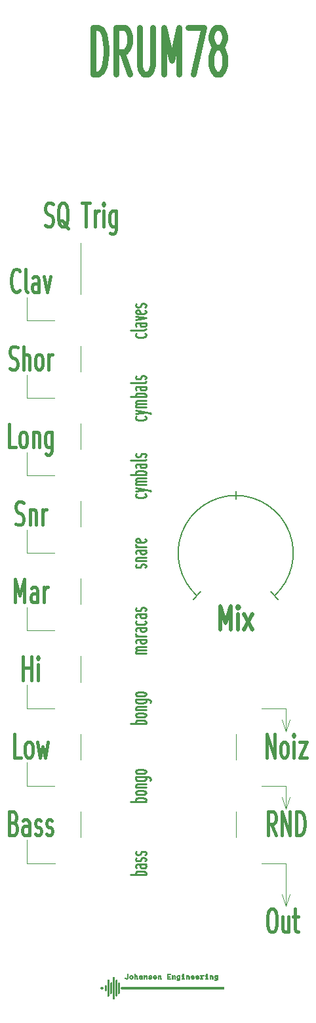
<source format=gto>
G04 #@! TF.GenerationSoftware,KiCad,Pcbnew,(5.1.9)-1*
G04 #@! TF.CreationDate,2021-04-28T19:55:50+02:00*
G04 #@! TF.ProjectId,KicadJE_Drum_PE78 - Face,4b696361-644a-4455-9f44-72756d5f5045,rev?*
G04 #@! TF.SameCoordinates,Original*
G04 #@! TF.FileFunction,Legend,Top*
G04 #@! TF.FilePolarity,Positive*
%FSLAX46Y46*%
G04 Gerber Fmt 4.6, Leading zero omitted, Abs format (unit mm)*
G04 Created by KiCad (PCBNEW (5.1.9)-1) date 2021-04-28 19:55:50*
%MOMM*%
%LPD*%
G01*
G04 APERTURE LIST*
%ADD10C,0.450000*%
%ADD11C,0.120000*%
%ADD12C,0.250000*%
%ADD13C,0.500000*%
%ADD14C,0.750000*%
%ADD15C,0.150000*%
%ADD16C,0.010000*%
%ADD17C,6.602000*%
%ADD18O,7.102000X4.102000*%
%ADD19C,3.102000*%
G04 APERTURE END LIST*
D10*
X198371428Y-62714285D02*
X198628571Y-62857142D01*
X199057142Y-62857142D01*
X199228571Y-62714285D01*
X199314285Y-62571428D01*
X199400000Y-62285714D01*
X199400000Y-62000000D01*
X199314285Y-61714285D01*
X199228571Y-61571428D01*
X199057142Y-61428571D01*
X198714285Y-61285714D01*
X198542857Y-61142857D01*
X198457142Y-61000000D01*
X198371428Y-60714285D01*
X198371428Y-60428571D01*
X198457142Y-60142857D01*
X198542857Y-60000000D01*
X198714285Y-59857142D01*
X199142857Y-59857142D01*
X199400000Y-60000000D01*
X201371428Y-63142857D02*
X201200000Y-63000000D01*
X201028571Y-62714285D01*
X200771428Y-62285714D01*
X200600000Y-62142857D01*
X200428571Y-62142857D01*
X200514285Y-62857142D02*
X200342857Y-62714285D01*
X200171428Y-62428571D01*
X200085714Y-61857142D01*
X200085714Y-60857142D01*
X200171428Y-60285714D01*
X200342857Y-60000000D01*
X200514285Y-59857142D01*
X200857142Y-59857142D01*
X201028571Y-60000000D01*
X201200000Y-60285714D01*
X201285714Y-60857142D01*
X201285714Y-61857142D01*
X201200000Y-62428571D01*
X201028571Y-62714285D01*
X200857142Y-62857142D01*
X200514285Y-62857142D01*
X203171428Y-59857142D02*
X204200000Y-59857142D01*
X203685714Y-62857142D02*
X203685714Y-59857142D01*
X204800000Y-62857142D02*
X204800000Y-60857142D01*
X204800000Y-61428571D02*
X204885714Y-61142857D01*
X204971428Y-61000000D01*
X205142857Y-60857142D01*
X205314285Y-60857142D01*
X205914285Y-62857142D02*
X205914285Y-60857142D01*
X205914285Y-59857142D02*
X205828571Y-60000000D01*
X205914285Y-60142857D01*
X206000000Y-60000000D01*
X205914285Y-59857142D01*
X205914285Y-60142857D01*
X207542857Y-60857142D02*
X207542857Y-63285714D01*
X207457142Y-63571428D01*
X207371428Y-63714285D01*
X207200000Y-63857142D01*
X206942857Y-63857142D01*
X206771428Y-63714285D01*
X207542857Y-62714285D02*
X207371428Y-62857142D01*
X207028571Y-62857142D01*
X206857142Y-62714285D01*
X206771428Y-62571428D01*
X206685714Y-62285714D01*
X206685714Y-61428571D01*
X206771428Y-61142857D01*
X206857142Y-61000000D01*
X207028571Y-60857142D01*
X207371428Y-60857142D01*
X207542857Y-61000000D01*
D11*
X229500000Y-128000000D02*
X230000000Y-126500000D01*
X229500000Y-128000000D02*
X229000000Y-126500000D01*
X229500000Y-138000000D02*
X229000000Y-136500000D01*
X229500000Y-138000000D02*
X230000000Y-136500000D01*
D12*
X211404761Y-146476190D02*
X209404761Y-146476190D01*
X210166666Y-146476190D02*
X210071428Y-146380952D01*
X210071428Y-146190476D01*
X210166666Y-146095238D01*
X210261904Y-146047619D01*
X210452380Y-146000000D01*
X211023809Y-146000000D01*
X211214285Y-146047619D01*
X211309523Y-146095238D01*
X211404761Y-146190476D01*
X211404761Y-146380952D01*
X211309523Y-146476190D01*
X211404761Y-145142857D02*
X210357142Y-145142857D01*
X210166666Y-145190476D01*
X210071428Y-145285714D01*
X210071428Y-145476190D01*
X210166666Y-145571428D01*
X211309523Y-145142857D02*
X211404761Y-145238095D01*
X211404761Y-145476190D01*
X211309523Y-145571428D01*
X211119047Y-145619047D01*
X210928571Y-145619047D01*
X210738095Y-145571428D01*
X210642857Y-145476190D01*
X210642857Y-145238095D01*
X210547619Y-145142857D01*
X211309523Y-144714285D02*
X211404761Y-144619047D01*
X211404761Y-144428571D01*
X211309523Y-144333333D01*
X211119047Y-144285714D01*
X211023809Y-144285714D01*
X210833333Y-144333333D01*
X210738095Y-144428571D01*
X210738095Y-144571428D01*
X210642857Y-144666666D01*
X210452380Y-144714285D01*
X210357142Y-144714285D01*
X210166666Y-144666666D01*
X210071428Y-144571428D01*
X210071428Y-144428571D01*
X210166666Y-144333333D01*
X211309523Y-143904761D02*
X211404761Y-143809523D01*
X211404761Y-143619047D01*
X211309523Y-143523809D01*
X211119047Y-143476190D01*
X211023809Y-143476190D01*
X210833333Y-143523809D01*
X210738095Y-143619047D01*
X210738095Y-143761904D01*
X210642857Y-143857142D01*
X210452380Y-143904761D01*
X210357142Y-143904761D01*
X210166666Y-143857142D01*
X210071428Y-143761904D01*
X210071428Y-143619047D01*
X210166666Y-143523809D01*
X211309523Y-76690476D02*
X211404761Y-76785714D01*
X211404761Y-76976190D01*
X211309523Y-77071428D01*
X211214285Y-77119047D01*
X211023809Y-77166666D01*
X210452380Y-77166666D01*
X210261904Y-77119047D01*
X210166666Y-77071428D01*
X210071428Y-76976190D01*
X210071428Y-76785714D01*
X210166666Y-76690476D01*
X211404761Y-76119047D02*
X211309523Y-76214285D01*
X211119047Y-76261904D01*
X209404761Y-76261904D01*
X211404761Y-75309523D02*
X210357142Y-75309523D01*
X210166666Y-75357142D01*
X210071428Y-75452380D01*
X210071428Y-75642857D01*
X210166666Y-75738095D01*
X211309523Y-75309523D02*
X211404761Y-75404761D01*
X211404761Y-75642857D01*
X211309523Y-75738095D01*
X211119047Y-75785714D01*
X210928571Y-75785714D01*
X210738095Y-75738095D01*
X210642857Y-75642857D01*
X210642857Y-75404761D01*
X210547619Y-75309523D01*
X210071428Y-74928571D02*
X211404761Y-74690476D01*
X210071428Y-74452380D01*
X211309523Y-73690476D02*
X211404761Y-73785714D01*
X211404761Y-73976190D01*
X211309523Y-74071428D01*
X211119047Y-74119047D01*
X210357142Y-74119047D01*
X210166666Y-74071428D01*
X210071428Y-73976190D01*
X210071428Y-73785714D01*
X210166666Y-73690476D01*
X210357142Y-73642857D01*
X210547619Y-73642857D01*
X210738095Y-74119047D01*
X211309523Y-73261904D02*
X211404761Y-73166666D01*
X211404761Y-72976190D01*
X211309523Y-72880952D01*
X211119047Y-72833333D01*
X211023809Y-72833333D01*
X210833333Y-72880952D01*
X210738095Y-72976190D01*
X210738095Y-73119047D01*
X210642857Y-73214285D01*
X210452380Y-73261904D01*
X210357142Y-73261904D01*
X210166666Y-73214285D01*
X210071428Y-73119047D01*
X210071428Y-72976190D01*
X210166666Y-72880952D01*
X211309523Y-87380952D02*
X211404761Y-87476190D01*
X211404761Y-87666666D01*
X211309523Y-87761904D01*
X211214285Y-87809523D01*
X211023809Y-87857142D01*
X210452380Y-87857142D01*
X210261904Y-87809523D01*
X210166666Y-87761904D01*
X210071428Y-87666666D01*
X210071428Y-87476190D01*
X210166666Y-87380952D01*
X210071428Y-87047619D02*
X211404761Y-86809523D01*
X210071428Y-86571428D02*
X211404761Y-86809523D01*
X211880952Y-86904761D01*
X211976190Y-86952380D01*
X212071428Y-87047619D01*
X211404761Y-86190476D02*
X210071428Y-86190476D01*
X210261904Y-86190476D02*
X210166666Y-86142857D01*
X210071428Y-86047619D01*
X210071428Y-85904761D01*
X210166666Y-85809523D01*
X210357142Y-85761904D01*
X211404761Y-85761904D01*
X210357142Y-85761904D02*
X210166666Y-85714285D01*
X210071428Y-85619047D01*
X210071428Y-85476190D01*
X210166666Y-85380952D01*
X210357142Y-85333333D01*
X211404761Y-85333333D01*
X211404761Y-84857142D02*
X209404761Y-84857142D01*
X210166666Y-84857142D02*
X210071428Y-84761904D01*
X210071428Y-84571428D01*
X210166666Y-84476190D01*
X210261904Y-84428571D01*
X210452380Y-84380952D01*
X211023809Y-84380952D01*
X211214285Y-84428571D01*
X211309523Y-84476190D01*
X211404761Y-84571428D01*
X211404761Y-84761904D01*
X211309523Y-84857142D01*
X211404761Y-83523809D02*
X210357142Y-83523809D01*
X210166666Y-83571428D01*
X210071428Y-83666666D01*
X210071428Y-83857142D01*
X210166666Y-83952380D01*
X211309523Y-83523809D02*
X211404761Y-83619047D01*
X211404761Y-83857142D01*
X211309523Y-83952380D01*
X211119047Y-84000000D01*
X210928571Y-84000000D01*
X210738095Y-83952380D01*
X210642857Y-83857142D01*
X210642857Y-83619047D01*
X210547619Y-83523809D01*
X211404761Y-82904761D02*
X211309523Y-83000000D01*
X211119047Y-83047619D01*
X209404761Y-83047619D01*
X211309523Y-82571428D02*
X211404761Y-82476190D01*
X211404761Y-82285714D01*
X211309523Y-82190476D01*
X211119047Y-82142857D01*
X211023809Y-82142857D01*
X210833333Y-82190476D01*
X210738095Y-82285714D01*
X210738095Y-82428571D01*
X210642857Y-82523809D01*
X210452380Y-82571428D01*
X210357142Y-82571428D01*
X210166666Y-82523809D01*
X210071428Y-82428571D01*
X210071428Y-82285714D01*
X210166666Y-82190476D01*
X211309523Y-97380952D02*
X211404761Y-97476190D01*
X211404761Y-97666666D01*
X211309523Y-97761904D01*
X211214285Y-97809523D01*
X211023809Y-97857142D01*
X210452380Y-97857142D01*
X210261904Y-97809523D01*
X210166666Y-97761904D01*
X210071428Y-97666666D01*
X210071428Y-97476190D01*
X210166666Y-97380952D01*
X210071428Y-97047619D02*
X211404761Y-96809523D01*
X210071428Y-96571428D02*
X211404761Y-96809523D01*
X211880952Y-96904761D01*
X211976190Y-96952380D01*
X212071428Y-97047619D01*
X211404761Y-96190476D02*
X210071428Y-96190476D01*
X210261904Y-96190476D02*
X210166666Y-96142857D01*
X210071428Y-96047619D01*
X210071428Y-95904761D01*
X210166666Y-95809523D01*
X210357142Y-95761904D01*
X211404761Y-95761904D01*
X210357142Y-95761904D02*
X210166666Y-95714285D01*
X210071428Y-95619047D01*
X210071428Y-95476190D01*
X210166666Y-95380952D01*
X210357142Y-95333333D01*
X211404761Y-95333333D01*
X211404761Y-94857142D02*
X209404761Y-94857142D01*
X210166666Y-94857142D02*
X210071428Y-94761904D01*
X210071428Y-94571428D01*
X210166666Y-94476190D01*
X210261904Y-94428571D01*
X210452380Y-94380952D01*
X211023809Y-94380952D01*
X211214285Y-94428571D01*
X211309523Y-94476190D01*
X211404761Y-94571428D01*
X211404761Y-94761904D01*
X211309523Y-94857142D01*
X211404761Y-93523809D02*
X210357142Y-93523809D01*
X210166666Y-93571428D01*
X210071428Y-93666666D01*
X210071428Y-93857142D01*
X210166666Y-93952380D01*
X211309523Y-93523809D02*
X211404761Y-93619047D01*
X211404761Y-93857142D01*
X211309523Y-93952380D01*
X211119047Y-94000000D01*
X210928571Y-94000000D01*
X210738095Y-93952380D01*
X210642857Y-93857142D01*
X210642857Y-93619047D01*
X210547619Y-93523809D01*
X211404761Y-92904761D02*
X211309523Y-93000000D01*
X211119047Y-93047619D01*
X209404761Y-93047619D01*
X211309523Y-92571428D02*
X211404761Y-92476190D01*
X211404761Y-92285714D01*
X211309523Y-92190476D01*
X211119047Y-92142857D01*
X211023809Y-92142857D01*
X210833333Y-92190476D01*
X210738095Y-92285714D01*
X210738095Y-92428571D01*
X210642857Y-92523809D01*
X210452380Y-92571428D01*
X210357142Y-92571428D01*
X210166666Y-92523809D01*
X210071428Y-92428571D01*
X210071428Y-92285714D01*
X210166666Y-92190476D01*
X211309523Y-106857142D02*
X211404761Y-106761904D01*
X211404761Y-106571428D01*
X211309523Y-106476190D01*
X211119047Y-106428571D01*
X211023809Y-106428571D01*
X210833333Y-106476190D01*
X210738095Y-106571428D01*
X210738095Y-106714285D01*
X210642857Y-106809523D01*
X210452380Y-106857142D01*
X210357142Y-106857142D01*
X210166666Y-106809523D01*
X210071428Y-106714285D01*
X210071428Y-106571428D01*
X210166666Y-106476190D01*
X210071428Y-106000000D02*
X211404761Y-106000000D01*
X210261904Y-106000000D02*
X210166666Y-105952380D01*
X210071428Y-105857142D01*
X210071428Y-105714285D01*
X210166666Y-105619047D01*
X210357142Y-105571428D01*
X211404761Y-105571428D01*
X211404761Y-104666666D02*
X210357142Y-104666666D01*
X210166666Y-104714285D01*
X210071428Y-104809523D01*
X210071428Y-105000000D01*
X210166666Y-105095238D01*
X211309523Y-104666666D02*
X211404761Y-104761904D01*
X211404761Y-105000000D01*
X211309523Y-105095238D01*
X211119047Y-105142857D01*
X210928571Y-105142857D01*
X210738095Y-105095238D01*
X210642857Y-105000000D01*
X210642857Y-104761904D01*
X210547619Y-104666666D01*
X211404761Y-104190476D02*
X210071428Y-104190476D01*
X210452380Y-104190476D02*
X210261904Y-104142857D01*
X210166666Y-104095238D01*
X210071428Y-104000000D01*
X210071428Y-103904761D01*
X211309523Y-103190476D02*
X211404761Y-103285714D01*
X211404761Y-103476190D01*
X211309523Y-103571428D01*
X211119047Y-103619047D01*
X210357142Y-103619047D01*
X210166666Y-103571428D01*
X210071428Y-103476190D01*
X210071428Y-103285714D01*
X210166666Y-103190476D01*
X210357142Y-103142857D01*
X210547619Y-103142857D01*
X210738095Y-103619047D01*
X211404761Y-117928571D02*
X210071428Y-117928571D01*
X210261904Y-117928571D02*
X210166666Y-117880952D01*
X210071428Y-117785714D01*
X210071428Y-117642857D01*
X210166666Y-117547619D01*
X210357142Y-117500000D01*
X211404761Y-117500000D01*
X210357142Y-117500000D02*
X210166666Y-117452380D01*
X210071428Y-117357142D01*
X210071428Y-117214285D01*
X210166666Y-117119047D01*
X210357142Y-117071428D01*
X211404761Y-117071428D01*
X211404761Y-116166666D02*
X210357142Y-116166666D01*
X210166666Y-116214285D01*
X210071428Y-116309523D01*
X210071428Y-116500000D01*
X210166666Y-116595238D01*
X211309523Y-116166666D02*
X211404761Y-116261904D01*
X211404761Y-116500000D01*
X211309523Y-116595238D01*
X211119047Y-116642857D01*
X210928571Y-116642857D01*
X210738095Y-116595238D01*
X210642857Y-116500000D01*
X210642857Y-116261904D01*
X210547619Y-116166666D01*
X211404761Y-115690476D02*
X210071428Y-115690476D01*
X210452380Y-115690476D02*
X210261904Y-115642857D01*
X210166666Y-115595238D01*
X210071428Y-115500000D01*
X210071428Y-115404761D01*
X211404761Y-114642857D02*
X210357142Y-114642857D01*
X210166666Y-114690476D01*
X210071428Y-114785714D01*
X210071428Y-114976190D01*
X210166666Y-115071428D01*
X211309523Y-114642857D02*
X211404761Y-114738095D01*
X211404761Y-114976190D01*
X211309523Y-115071428D01*
X211119047Y-115119047D01*
X210928571Y-115119047D01*
X210738095Y-115071428D01*
X210642857Y-114976190D01*
X210642857Y-114738095D01*
X210547619Y-114642857D01*
X211309523Y-113738095D02*
X211404761Y-113833333D01*
X211404761Y-114023809D01*
X211309523Y-114119047D01*
X211214285Y-114166666D01*
X211023809Y-114214285D01*
X210452380Y-114214285D01*
X210261904Y-114166666D01*
X210166666Y-114119047D01*
X210071428Y-114023809D01*
X210071428Y-113833333D01*
X210166666Y-113738095D01*
X211404761Y-112880952D02*
X210357142Y-112880952D01*
X210166666Y-112928571D01*
X210071428Y-113023809D01*
X210071428Y-113214285D01*
X210166666Y-113309523D01*
X211309523Y-112880952D02*
X211404761Y-112976190D01*
X211404761Y-113214285D01*
X211309523Y-113309523D01*
X211119047Y-113357142D01*
X210928571Y-113357142D01*
X210738095Y-113309523D01*
X210642857Y-113214285D01*
X210642857Y-112976190D01*
X210547619Y-112880952D01*
X211309523Y-112452380D02*
X211404761Y-112357142D01*
X211404761Y-112166666D01*
X211309523Y-112071428D01*
X211119047Y-112023809D01*
X211023809Y-112023809D01*
X210833333Y-112071428D01*
X210738095Y-112166666D01*
X210738095Y-112309523D01*
X210642857Y-112404761D01*
X210452380Y-112452380D01*
X210357142Y-112452380D01*
X210166666Y-112404761D01*
X210071428Y-112309523D01*
X210071428Y-112166666D01*
X210166666Y-112071428D01*
X211404761Y-127023809D02*
X209404761Y-127023809D01*
X210166666Y-127023809D02*
X210071428Y-126928571D01*
X210071428Y-126738095D01*
X210166666Y-126642857D01*
X210261904Y-126595238D01*
X210452380Y-126547619D01*
X211023809Y-126547619D01*
X211214285Y-126595238D01*
X211309523Y-126642857D01*
X211404761Y-126738095D01*
X211404761Y-126928571D01*
X211309523Y-127023809D01*
X211404761Y-125976190D02*
X211309523Y-126071428D01*
X211214285Y-126119047D01*
X211023809Y-126166666D01*
X210452380Y-126166666D01*
X210261904Y-126119047D01*
X210166666Y-126071428D01*
X210071428Y-125976190D01*
X210071428Y-125833333D01*
X210166666Y-125738095D01*
X210261904Y-125690476D01*
X210452380Y-125642857D01*
X211023809Y-125642857D01*
X211214285Y-125690476D01*
X211309523Y-125738095D01*
X211404761Y-125833333D01*
X211404761Y-125976190D01*
X210071428Y-125214285D02*
X211404761Y-125214285D01*
X210261904Y-125214285D02*
X210166666Y-125166666D01*
X210071428Y-125071428D01*
X210071428Y-124928571D01*
X210166666Y-124833333D01*
X210357142Y-124785714D01*
X211404761Y-124785714D01*
X210071428Y-123880952D02*
X211690476Y-123880952D01*
X211880952Y-123928571D01*
X211976190Y-123976190D01*
X212071428Y-124071428D01*
X212071428Y-124214285D01*
X211976190Y-124309523D01*
X211309523Y-123880952D02*
X211404761Y-123976190D01*
X211404761Y-124166666D01*
X211309523Y-124261904D01*
X211214285Y-124309523D01*
X211023809Y-124357142D01*
X210452380Y-124357142D01*
X210261904Y-124309523D01*
X210166666Y-124261904D01*
X210071428Y-124166666D01*
X210071428Y-123976190D01*
X210166666Y-123880952D01*
X211404761Y-123261904D02*
X211309523Y-123357142D01*
X211214285Y-123404761D01*
X211023809Y-123452380D01*
X210452380Y-123452380D01*
X210261904Y-123404761D01*
X210166666Y-123357142D01*
X210071428Y-123261904D01*
X210071428Y-123119047D01*
X210166666Y-123023809D01*
X210261904Y-122976190D01*
X210452380Y-122928571D01*
X211023809Y-122928571D01*
X211214285Y-122976190D01*
X211309523Y-123023809D01*
X211404761Y-123119047D01*
X211404761Y-123261904D01*
X211404761Y-137023809D02*
X209404761Y-137023809D01*
X210166666Y-137023809D02*
X210071428Y-136928571D01*
X210071428Y-136738095D01*
X210166666Y-136642857D01*
X210261904Y-136595238D01*
X210452380Y-136547619D01*
X211023809Y-136547619D01*
X211214285Y-136595238D01*
X211309523Y-136642857D01*
X211404761Y-136738095D01*
X211404761Y-136928571D01*
X211309523Y-137023809D01*
X211404761Y-135976190D02*
X211309523Y-136071428D01*
X211214285Y-136119047D01*
X211023809Y-136166666D01*
X210452380Y-136166666D01*
X210261904Y-136119047D01*
X210166666Y-136071428D01*
X210071428Y-135976190D01*
X210071428Y-135833333D01*
X210166666Y-135738095D01*
X210261904Y-135690476D01*
X210452380Y-135642857D01*
X211023809Y-135642857D01*
X211214285Y-135690476D01*
X211309523Y-135738095D01*
X211404761Y-135833333D01*
X211404761Y-135976190D01*
X210071428Y-135214285D02*
X211404761Y-135214285D01*
X210261904Y-135214285D02*
X210166666Y-135166666D01*
X210071428Y-135071428D01*
X210071428Y-134928571D01*
X210166666Y-134833333D01*
X210357142Y-134785714D01*
X211404761Y-134785714D01*
X210071428Y-133880952D02*
X211690476Y-133880952D01*
X211880952Y-133928571D01*
X211976190Y-133976190D01*
X212071428Y-134071428D01*
X212071428Y-134214285D01*
X211976190Y-134309523D01*
X211309523Y-133880952D02*
X211404761Y-133976190D01*
X211404761Y-134166666D01*
X211309523Y-134261904D01*
X211214285Y-134309523D01*
X211023809Y-134357142D01*
X210452380Y-134357142D01*
X210261904Y-134309523D01*
X210166666Y-134261904D01*
X210071428Y-134166666D01*
X210071428Y-133976190D01*
X210166666Y-133880952D01*
X211404761Y-133261904D02*
X211309523Y-133357142D01*
X211214285Y-133404761D01*
X211023809Y-133452380D01*
X210452380Y-133452380D01*
X210261904Y-133404761D01*
X210166666Y-133357142D01*
X210071428Y-133261904D01*
X210071428Y-133119047D01*
X210166666Y-133023809D01*
X210261904Y-132976190D01*
X210452380Y-132928571D01*
X211023809Y-132928571D01*
X211214285Y-132976190D01*
X211309523Y-133023809D01*
X211404761Y-133119047D01*
X211404761Y-133261904D01*
D11*
X229500000Y-150500000D02*
X229000000Y-149000000D01*
X229500000Y-150500000D02*
X230000000Y-149000000D01*
X229500000Y-138000000D02*
X229500000Y-135000000D01*
X223000000Y-135000000D02*
X229500000Y-135000000D01*
D10*
X228214285Y-141357142D02*
X227614285Y-139928571D01*
X227185714Y-141357142D02*
X227185714Y-138357142D01*
X227871428Y-138357142D01*
X228042857Y-138500000D01*
X228128571Y-138642857D01*
X228214285Y-138928571D01*
X228214285Y-139357142D01*
X228128571Y-139642857D01*
X228042857Y-139785714D01*
X227871428Y-139928571D01*
X227185714Y-139928571D01*
X228985714Y-141357142D02*
X228985714Y-138357142D01*
X230014285Y-141357142D01*
X230014285Y-138357142D01*
X230871428Y-141357142D02*
X230871428Y-138357142D01*
X231300000Y-138357142D01*
X231557142Y-138500000D01*
X231728571Y-138785714D01*
X231814285Y-139071428D01*
X231900000Y-139642857D01*
X231900000Y-140071428D01*
X231814285Y-140642857D01*
X231728571Y-140928571D01*
X231557142Y-141214285D01*
X231300000Y-141357142D01*
X230871428Y-141357142D01*
D11*
X229500000Y-128000000D02*
X229500000Y-125000000D01*
X223000000Y-125000000D02*
X229500000Y-125000000D01*
D10*
X227014285Y-131357142D02*
X227014285Y-128357142D01*
X228042857Y-131357142D01*
X228042857Y-128357142D01*
X229157142Y-131357142D02*
X228985714Y-131214285D01*
X228900000Y-131071428D01*
X228814285Y-130785714D01*
X228814285Y-129928571D01*
X228900000Y-129642857D01*
X228985714Y-129500000D01*
X229157142Y-129357142D01*
X229414285Y-129357142D01*
X229585714Y-129500000D01*
X229671428Y-129642857D01*
X229757142Y-129928571D01*
X229757142Y-130785714D01*
X229671428Y-131071428D01*
X229585714Y-131214285D01*
X229414285Y-131357142D01*
X229157142Y-131357142D01*
X230528571Y-131357142D02*
X230528571Y-129357142D01*
X230528571Y-128357142D02*
X230442857Y-128500000D01*
X230528571Y-128642857D01*
X230614285Y-128500000D01*
X230528571Y-128357142D01*
X230528571Y-128642857D01*
X231214285Y-129357142D02*
X232157142Y-129357142D01*
X231214285Y-131357142D01*
X232157142Y-131357142D01*
X195085714Y-71071428D02*
X195000000Y-71214285D01*
X194742857Y-71357142D01*
X194571428Y-71357142D01*
X194314285Y-71214285D01*
X194142857Y-70928571D01*
X194057142Y-70642857D01*
X193971428Y-70071428D01*
X193971428Y-69642857D01*
X194057142Y-69071428D01*
X194142857Y-68785714D01*
X194314285Y-68500000D01*
X194571428Y-68357142D01*
X194742857Y-68357142D01*
X195000000Y-68500000D01*
X195085714Y-68642857D01*
X196114285Y-71357142D02*
X195942857Y-71214285D01*
X195857142Y-70928571D01*
X195857142Y-68357142D01*
X197571428Y-71357142D02*
X197571428Y-69785714D01*
X197485714Y-69500000D01*
X197314285Y-69357142D01*
X196971428Y-69357142D01*
X196800000Y-69500000D01*
X197571428Y-71214285D02*
X197400000Y-71357142D01*
X196971428Y-71357142D01*
X196800000Y-71214285D01*
X196714285Y-70928571D01*
X196714285Y-70642857D01*
X196800000Y-70357142D01*
X196971428Y-70214285D01*
X197400000Y-70214285D01*
X197571428Y-70071428D01*
X198257142Y-69357142D02*
X198685714Y-71357142D01*
X199114285Y-69357142D01*
X194528571Y-111357142D02*
X194528571Y-108357142D01*
X195128571Y-110500000D01*
X195728571Y-108357142D01*
X195728571Y-111357142D01*
X197357142Y-111357142D02*
X197357142Y-109785714D01*
X197271428Y-109500000D01*
X197100000Y-109357142D01*
X196757142Y-109357142D01*
X196585714Y-109500000D01*
X197357142Y-111214285D02*
X197185714Y-111357142D01*
X196757142Y-111357142D01*
X196585714Y-111214285D01*
X196500000Y-110928571D01*
X196500000Y-110642857D01*
X196585714Y-110357142D01*
X196757142Y-110214285D01*
X197185714Y-110214285D01*
X197357142Y-110071428D01*
X198214285Y-111357142D02*
X198214285Y-109357142D01*
X198214285Y-109928571D02*
X198300000Y-109642857D01*
X198385714Y-109500000D01*
X198557142Y-109357142D01*
X198728571Y-109357142D01*
X195557142Y-121357142D02*
X195557142Y-118357142D01*
X195557142Y-119785714D02*
X196585714Y-119785714D01*
X196585714Y-121357142D02*
X196585714Y-118357142D01*
X197442857Y-121357142D02*
X197442857Y-119357142D01*
X197442857Y-118357142D02*
X197357142Y-118500000D01*
X197442857Y-118642857D01*
X197528571Y-118500000D01*
X197442857Y-118357142D01*
X197442857Y-118642857D01*
D11*
X196000000Y-75000000D02*
X196000000Y-72000000D01*
X203000000Y-75000000D02*
X196000000Y-75000000D01*
D10*
X193800000Y-81214285D02*
X194057142Y-81357142D01*
X194485714Y-81357142D01*
X194657142Y-81214285D01*
X194742857Y-81071428D01*
X194828571Y-80785714D01*
X194828571Y-80500000D01*
X194742857Y-80214285D01*
X194657142Y-80071428D01*
X194485714Y-79928571D01*
X194142857Y-79785714D01*
X193971428Y-79642857D01*
X193885714Y-79500000D01*
X193800000Y-79214285D01*
X193800000Y-78928571D01*
X193885714Y-78642857D01*
X193971428Y-78500000D01*
X194142857Y-78357142D01*
X194571428Y-78357142D01*
X194828571Y-78500000D01*
X195600000Y-81357142D02*
X195600000Y-78357142D01*
X196371428Y-81357142D02*
X196371428Y-79785714D01*
X196285714Y-79500000D01*
X196114285Y-79357142D01*
X195857142Y-79357142D01*
X195685714Y-79500000D01*
X195600000Y-79642857D01*
X197485714Y-81357142D02*
X197314285Y-81214285D01*
X197228571Y-81071428D01*
X197142857Y-80785714D01*
X197142857Y-79928571D01*
X197228571Y-79642857D01*
X197314285Y-79500000D01*
X197485714Y-79357142D01*
X197742857Y-79357142D01*
X197914285Y-79500000D01*
X198000000Y-79642857D01*
X198085714Y-79928571D01*
X198085714Y-80785714D01*
X198000000Y-81071428D01*
X197914285Y-81214285D01*
X197742857Y-81357142D01*
X197485714Y-81357142D01*
X198857142Y-81357142D02*
X198857142Y-79357142D01*
X198857142Y-79928571D02*
X198942857Y-79642857D01*
X199028571Y-79500000D01*
X199200000Y-79357142D01*
X199371428Y-79357142D01*
D11*
X203000000Y-85000000D02*
X196000000Y-85000000D01*
X196000000Y-85000000D02*
X196000000Y-82000000D01*
D10*
X194614285Y-91357142D02*
X193757142Y-91357142D01*
X193757142Y-88357142D01*
X195471428Y-91357142D02*
X195300000Y-91214285D01*
X195214285Y-91071428D01*
X195128571Y-90785714D01*
X195128571Y-89928571D01*
X195214285Y-89642857D01*
X195300000Y-89500000D01*
X195471428Y-89357142D01*
X195728571Y-89357142D01*
X195900000Y-89500000D01*
X195985714Y-89642857D01*
X196071428Y-89928571D01*
X196071428Y-90785714D01*
X195985714Y-91071428D01*
X195900000Y-91214285D01*
X195728571Y-91357142D01*
X195471428Y-91357142D01*
X196842857Y-89357142D02*
X196842857Y-91357142D01*
X196842857Y-89642857D02*
X196928571Y-89500000D01*
X197100000Y-89357142D01*
X197357142Y-89357142D01*
X197528571Y-89500000D01*
X197614285Y-89785714D01*
X197614285Y-91357142D01*
X199242857Y-89357142D02*
X199242857Y-91785714D01*
X199157142Y-92071428D01*
X199071428Y-92214285D01*
X198900000Y-92357142D01*
X198642857Y-92357142D01*
X198471428Y-92214285D01*
X199242857Y-91214285D02*
X199071428Y-91357142D01*
X198728571Y-91357142D01*
X198557142Y-91214285D01*
X198471428Y-91071428D01*
X198385714Y-90785714D01*
X198385714Y-89928571D01*
X198471428Y-89642857D01*
X198557142Y-89500000D01*
X198728571Y-89357142D01*
X199071428Y-89357142D01*
X199242857Y-89500000D01*
D11*
X203000000Y-95000000D02*
X196000000Y-95000000D01*
X196000000Y-95000000D02*
X196000000Y-92000000D01*
D10*
X194614285Y-101214285D02*
X194871428Y-101357142D01*
X195300000Y-101357142D01*
X195471428Y-101214285D01*
X195557142Y-101071428D01*
X195642857Y-100785714D01*
X195642857Y-100500000D01*
X195557142Y-100214285D01*
X195471428Y-100071428D01*
X195300000Y-99928571D01*
X194957142Y-99785714D01*
X194785714Y-99642857D01*
X194700000Y-99500000D01*
X194614285Y-99214285D01*
X194614285Y-98928571D01*
X194700000Y-98642857D01*
X194785714Y-98500000D01*
X194957142Y-98357142D01*
X195385714Y-98357142D01*
X195642857Y-98500000D01*
X196414285Y-99357142D02*
X196414285Y-101357142D01*
X196414285Y-99642857D02*
X196500000Y-99500000D01*
X196671428Y-99357142D01*
X196928571Y-99357142D01*
X197100000Y-99500000D01*
X197185714Y-99785714D01*
X197185714Y-101357142D01*
X198042857Y-101357142D02*
X198042857Y-99357142D01*
X198042857Y-99928571D02*
X198128571Y-99642857D01*
X198214285Y-99500000D01*
X198385714Y-99357142D01*
X198557142Y-99357142D01*
D11*
X203000000Y-105000000D02*
X196000000Y-105000000D01*
X196000000Y-105000000D02*
X196000000Y-102000000D01*
X196000000Y-135000000D02*
X196000000Y-132000000D01*
X203000000Y-135000000D02*
X196000000Y-135000000D01*
D10*
X195300000Y-131357142D02*
X194442857Y-131357142D01*
X194442857Y-128357142D01*
X196157142Y-131357142D02*
X195985714Y-131214285D01*
X195900000Y-131071428D01*
X195814285Y-130785714D01*
X195814285Y-129928571D01*
X195900000Y-129642857D01*
X195985714Y-129500000D01*
X196157142Y-129357142D01*
X196414285Y-129357142D01*
X196585714Y-129500000D01*
X196671428Y-129642857D01*
X196757142Y-129928571D01*
X196757142Y-130785714D01*
X196671428Y-131071428D01*
X196585714Y-131214285D01*
X196414285Y-131357142D01*
X196157142Y-131357142D01*
X197357142Y-129357142D02*
X197700000Y-131357142D01*
X198042857Y-129928571D01*
X198385714Y-131357142D01*
X198728571Y-129357142D01*
X227500000Y-150857142D02*
X227842857Y-150857142D01*
X228014285Y-151000000D01*
X228185714Y-151285714D01*
X228271428Y-151857142D01*
X228271428Y-152857142D01*
X228185714Y-153428571D01*
X228014285Y-153714285D01*
X227842857Y-153857142D01*
X227500000Y-153857142D01*
X227328571Y-153714285D01*
X227157142Y-153428571D01*
X227071428Y-152857142D01*
X227071428Y-151857142D01*
X227157142Y-151285714D01*
X227328571Y-151000000D01*
X227500000Y-150857142D01*
X229814285Y-151857142D02*
X229814285Y-153857142D01*
X229042857Y-151857142D02*
X229042857Y-153428571D01*
X229128571Y-153714285D01*
X229300000Y-153857142D01*
X229557142Y-153857142D01*
X229728571Y-153714285D01*
X229814285Y-153571428D01*
X230414285Y-151857142D02*
X231100000Y-151857142D01*
X230671428Y-150857142D02*
X230671428Y-153428571D01*
X230757142Y-153714285D01*
X230928571Y-153857142D01*
X231100000Y-153857142D01*
X194357142Y-139785714D02*
X194614285Y-139928571D01*
X194700000Y-140071428D01*
X194785714Y-140357142D01*
X194785714Y-140785714D01*
X194700000Y-141071428D01*
X194614285Y-141214285D01*
X194442857Y-141357142D01*
X193757142Y-141357142D01*
X193757142Y-138357142D01*
X194357142Y-138357142D01*
X194528571Y-138500000D01*
X194614285Y-138642857D01*
X194700000Y-138928571D01*
X194700000Y-139214285D01*
X194614285Y-139500000D01*
X194528571Y-139642857D01*
X194357142Y-139785714D01*
X193757142Y-139785714D01*
X196328571Y-141357142D02*
X196328571Y-139785714D01*
X196242857Y-139500000D01*
X196071428Y-139357142D01*
X195728571Y-139357142D01*
X195557142Y-139500000D01*
X196328571Y-141214285D02*
X196157142Y-141357142D01*
X195728571Y-141357142D01*
X195557142Y-141214285D01*
X195471428Y-140928571D01*
X195471428Y-140642857D01*
X195557142Y-140357142D01*
X195728571Y-140214285D01*
X196157142Y-140214285D01*
X196328571Y-140071428D01*
X197100000Y-141214285D02*
X197271428Y-141357142D01*
X197614285Y-141357142D01*
X197785714Y-141214285D01*
X197871428Y-140928571D01*
X197871428Y-140785714D01*
X197785714Y-140500000D01*
X197614285Y-140357142D01*
X197357142Y-140357142D01*
X197185714Y-140214285D01*
X197100000Y-139928571D01*
X197100000Y-139785714D01*
X197185714Y-139500000D01*
X197357142Y-139357142D01*
X197614285Y-139357142D01*
X197785714Y-139500000D01*
X198557142Y-141214285D02*
X198728571Y-141357142D01*
X199071428Y-141357142D01*
X199242857Y-141214285D01*
X199328571Y-140928571D01*
X199328571Y-140785714D01*
X199242857Y-140500000D01*
X199071428Y-140357142D01*
X198814285Y-140357142D01*
X198642857Y-140214285D01*
X198557142Y-139928571D01*
X198557142Y-139785714D01*
X198642857Y-139500000D01*
X198814285Y-139357142D01*
X199071428Y-139357142D01*
X199242857Y-139500000D01*
D13*
X221047619Y-114857142D02*
X221047619Y-111857142D01*
X221714285Y-114000000D01*
X222380952Y-111857142D01*
X222380952Y-114857142D01*
X223333333Y-114857142D02*
X223333333Y-112857142D01*
X223333333Y-111857142D02*
X223238095Y-112000000D01*
X223333333Y-112142857D01*
X223428571Y-112000000D01*
X223333333Y-111857142D01*
X223333333Y-112142857D01*
X224095238Y-114857142D02*
X225142857Y-112857142D01*
X224095238Y-112857142D02*
X225142857Y-114857142D01*
D14*
X204571428Y-43214285D02*
X204571428Y-37214285D01*
X205285714Y-37214285D01*
X205714285Y-37500000D01*
X206000000Y-38071428D01*
X206142857Y-38642857D01*
X206285714Y-39785714D01*
X206285714Y-40642857D01*
X206142857Y-41785714D01*
X206000000Y-42357142D01*
X205714285Y-42928571D01*
X205285714Y-43214285D01*
X204571428Y-43214285D01*
X209285714Y-43214285D02*
X208285714Y-40357142D01*
X207571428Y-43214285D02*
X207571428Y-37214285D01*
X208714285Y-37214285D01*
X209000000Y-37500000D01*
X209142857Y-37785714D01*
X209285714Y-38357142D01*
X209285714Y-39214285D01*
X209142857Y-39785714D01*
X209000000Y-40071428D01*
X208714285Y-40357142D01*
X207571428Y-40357142D01*
X210571428Y-37214285D02*
X210571428Y-42071428D01*
X210714285Y-42642857D01*
X210857142Y-42928571D01*
X211142857Y-43214285D01*
X211714285Y-43214285D01*
X212000000Y-42928571D01*
X212142857Y-42642857D01*
X212285714Y-42071428D01*
X212285714Y-37214285D01*
X213714285Y-43214285D02*
X213714285Y-37214285D01*
X214714285Y-41500000D01*
X215714285Y-37214285D01*
X215714285Y-43214285D01*
X216857142Y-37214285D02*
X218857142Y-37214285D01*
X217571428Y-43214285D01*
X220428571Y-39785714D02*
X220142857Y-39500000D01*
X220000000Y-39214285D01*
X219857142Y-38642857D01*
X219857142Y-38357142D01*
X220000000Y-37785714D01*
X220142857Y-37500000D01*
X220428571Y-37214285D01*
X221000000Y-37214285D01*
X221285714Y-37500000D01*
X221428571Y-37785714D01*
X221571428Y-38357142D01*
X221571428Y-38642857D01*
X221428571Y-39214285D01*
X221285714Y-39500000D01*
X221000000Y-39785714D01*
X220428571Y-39785714D01*
X220142857Y-40071428D01*
X220000000Y-40357142D01*
X219857142Y-40928571D01*
X219857142Y-42071428D01*
X220000000Y-42642857D01*
X220142857Y-42928571D01*
X220428571Y-43214285D01*
X221000000Y-43214285D01*
X221285714Y-42928571D01*
X221428571Y-42642857D01*
X221571428Y-42071428D01*
X221571428Y-40928571D01*
X221428571Y-40357142D01*
X221285714Y-40071428D01*
X221000000Y-39785714D01*
D11*
X203000000Y-145000000D02*
X196000000Y-145000000D01*
X223000000Y-145000000D02*
X229500000Y-145000000D01*
X203000000Y-125000000D02*
X196000000Y-125000000D01*
X196000000Y-145000000D02*
X196000000Y-142000000D01*
X203000000Y-115000000D02*
X196000000Y-115000000D01*
X196000000Y-115000000D02*
X196000000Y-112000000D01*
X196000000Y-125000000D02*
X196000000Y-122000000D01*
X229500000Y-150500000D02*
X229500000Y-145000000D01*
X203000000Y-145000000D02*
X203000000Y-65000000D01*
X223000000Y-125000000D02*
X223000000Y-145000000D01*
D15*
X228500000Y-111000000D02*
X227500000Y-110000000D01*
X218500000Y-110000000D02*
X217500000Y-111000000D01*
X223000000Y-97000000D02*
X223000000Y-98000000D01*
X218000000Y-110500000D02*
G75*
G02*
X228000000Y-110500000I5000000J5500000D01*
G01*
D16*
G36*
X207270832Y-159693784D02*
G01*
X207276078Y-159699962D01*
X207280287Y-159705588D01*
X207284022Y-159712115D01*
X207287310Y-159721013D01*
X207290181Y-159733751D01*
X207292663Y-159751799D01*
X207294783Y-159776627D01*
X207296571Y-159809703D01*
X207298054Y-159852497D01*
X207299262Y-159906478D01*
X207300222Y-159973117D01*
X207300963Y-160053882D01*
X207301514Y-160150243D01*
X207301902Y-160263669D01*
X207302156Y-160395630D01*
X207302304Y-160547596D01*
X207302375Y-160721035D01*
X207302398Y-160917417D01*
X207302400Y-161062998D01*
X207302400Y-162392572D01*
X207273006Y-162420186D01*
X207232942Y-162443429D01*
X207190671Y-162444227D01*
X207152999Y-162422590D01*
X207150494Y-162420005D01*
X207146361Y-162415243D01*
X207142693Y-162409375D01*
X207139463Y-162400941D01*
X207136641Y-162388481D01*
X207134202Y-162370535D01*
X207132116Y-162345641D01*
X207130357Y-162312341D01*
X207128896Y-162269174D01*
X207127705Y-162214680D01*
X207126758Y-162147399D01*
X207126026Y-162065870D01*
X207125482Y-161968633D01*
X207125097Y-161854228D01*
X207124844Y-161721196D01*
X207124696Y-161568075D01*
X207124624Y-161393405D01*
X207124601Y-161195727D01*
X207124600Y-161056969D01*
X207124599Y-159721727D01*
X207153993Y-159694113D01*
X207194057Y-159670230D01*
X207234619Y-159670198D01*
X207270832Y-159693784D01*
G37*
X207270832Y-159693784D02*
X207276078Y-159699962D01*
X207280287Y-159705588D01*
X207284022Y-159712115D01*
X207287310Y-159721013D01*
X207290181Y-159733751D01*
X207292663Y-159751799D01*
X207294783Y-159776627D01*
X207296571Y-159809703D01*
X207298054Y-159852497D01*
X207299262Y-159906478D01*
X207300222Y-159973117D01*
X207300963Y-160053882D01*
X207301514Y-160150243D01*
X207301902Y-160263669D01*
X207302156Y-160395630D01*
X207302304Y-160547596D01*
X207302375Y-160721035D01*
X207302398Y-160917417D01*
X207302400Y-161062998D01*
X207302400Y-162392572D01*
X207273006Y-162420186D01*
X207232942Y-162443429D01*
X207190671Y-162444227D01*
X207152999Y-162422590D01*
X207150494Y-162420005D01*
X207146361Y-162415243D01*
X207142693Y-162409375D01*
X207139463Y-162400941D01*
X207136641Y-162388481D01*
X207134202Y-162370535D01*
X207132116Y-162345641D01*
X207130357Y-162312341D01*
X207128896Y-162269174D01*
X207127705Y-162214680D01*
X207126758Y-162147399D01*
X207126026Y-162065870D01*
X207125482Y-161968633D01*
X207125097Y-161854228D01*
X207124844Y-161721196D01*
X207124696Y-161568075D01*
X207124624Y-161393405D01*
X207124601Y-161195727D01*
X207124600Y-161056969D01*
X207124599Y-159721727D01*
X207153993Y-159694113D01*
X207194057Y-159670230D01*
X207234619Y-159670198D01*
X207270832Y-159693784D01*
G36*
X206556284Y-160023835D02*
G01*
X206589603Y-160043551D01*
X206608462Y-160075566D01*
X206609709Y-160092673D01*
X206610900Y-160133154D01*
X206612017Y-160194985D01*
X206613044Y-160276140D01*
X206613966Y-160374594D01*
X206614765Y-160488322D01*
X206615427Y-160615299D01*
X206615934Y-160753499D01*
X206616271Y-160900897D01*
X206616421Y-161055468D01*
X206616426Y-161073602D01*
X206616600Y-162042554D01*
X206585427Y-162073727D01*
X206548935Y-162099588D01*
X206512686Y-162101150D01*
X206472291Y-162078601D01*
X206472262Y-162078578D01*
X206438800Y-162052256D01*
X206438800Y-161068093D01*
X206438958Y-160858810D01*
X206439437Y-160674594D01*
X206440240Y-160515112D01*
X206441372Y-160380033D01*
X206442838Y-160269025D01*
X206444641Y-160181755D01*
X206446787Y-160117893D01*
X206449279Y-160077107D01*
X206452122Y-160059064D01*
X206452272Y-160058757D01*
X206479644Y-160030579D01*
X206516973Y-160019224D01*
X206556284Y-160023835D01*
G37*
X206556284Y-160023835D02*
X206589603Y-160043551D01*
X206608462Y-160075566D01*
X206609709Y-160092673D01*
X206610900Y-160133154D01*
X206612017Y-160194985D01*
X206613044Y-160276140D01*
X206613966Y-160374594D01*
X206614765Y-160488322D01*
X206615427Y-160615299D01*
X206615934Y-160753499D01*
X206616271Y-160900897D01*
X206616421Y-161055468D01*
X206616426Y-161073602D01*
X206616600Y-162042554D01*
X206585427Y-162073727D01*
X206548935Y-162099588D01*
X206512686Y-162101150D01*
X206472291Y-162078601D01*
X206472262Y-162078578D01*
X206438800Y-162052256D01*
X206438800Y-161068093D01*
X206438958Y-160858810D01*
X206439437Y-160674594D01*
X206440240Y-160515112D01*
X206441372Y-160380033D01*
X206442838Y-160269025D01*
X206444641Y-160181755D01*
X206446787Y-160117893D01*
X206449279Y-160077107D01*
X206452122Y-160059064D01*
X206452272Y-160058757D01*
X206479644Y-160030579D01*
X206516973Y-160019224D01*
X206556284Y-160023835D01*
G36*
X207600053Y-160028088D02*
G01*
X207621879Y-160046790D01*
X207626201Y-160053072D01*
X207629958Y-160061651D01*
X207633188Y-160074239D01*
X207635931Y-160092549D01*
X207638227Y-160118294D01*
X207640115Y-160153187D01*
X207641635Y-160198939D01*
X207642826Y-160257264D01*
X207643729Y-160329875D01*
X207644382Y-160418483D01*
X207644826Y-160524802D01*
X207645099Y-160650544D01*
X207645242Y-160797422D01*
X207645295Y-160967149D01*
X207645300Y-161059134D01*
X207645300Y-162042554D01*
X207614127Y-162073727D01*
X207576174Y-162099826D01*
X207538933Y-162100608D01*
X207501063Y-162076073D01*
X207498672Y-162073727D01*
X207467500Y-162042554D01*
X207467500Y-161059134D01*
X207467522Y-160877591D01*
X207467616Y-160719736D01*
X207467821Y-160583856D01*
X207468176Y-160468238D01*
X207468722Y-160371169D01*
X207469497Y-160290937D01*
X207470542Y-160225829D01*
X207471896Y-160174133D01*
X207473599Y-160134135D01*
X207475690Y-160104124D01*
X207478209Y-160082386D01*
X207481195Y-160067209D01*
X207484689Y-160056880D01*
X207488730Y-160049687D01*
X207490920Y-160046790D01*
X207525484Y-160022461D01*
X207556400Y-160017866D01*
X207600053Y-160028088D01*
G37*
X207600053Y-160028088D02*
X207621879Y-160046790D01*
X207626201Y-160053072D01*
X207629958Y-160061651D01*
X207633188Y-160074239D01*
X207635931Y-160092549D01*
X207638227Y-160118294D01*
X207640115Y-160153187D01*
X207641635Y-160198939D01*
X207642826Y-160257264D01*
X207643729Y-160329875D01*
X207644382Y-160418483D01*
X207644826Y-160524802D01*
X207645099Y-160650544D01*
X207645242Y-160797422D01*
X207645295Y-160967149D01*
X207645300Y-161059134D01*
X207645300Y-162042554D01*
X207614127Y-162073727D01*
X207576174Y-162099826D01*
X207538933Y-162100608D01*
X207501063Y-162076073D01*
X207498672Y-162073727D01*
X207467500Y-162042554D01*
X207467500Y-161059134D01*
X207467522Y-160877591D01*
X207467616Y-160719736D01*
X207467821Y-160583856D01*
X207468176Y-160468238D01*
X207468722Y-160371169D01*
X207469497Y-160290937D01*
X207470542Y-160225829D01*
X207471896Y-160174133D01*
X207473599Y-160134135D01*
X207475690Y-160104124D01*
X207478209Y-160082386D01*
X207481195Y-160067209D01*
X207484689Y-160056880D01*
X207488730Y-160049687D01*
X207490920Y-160046790D01*
X207525484Y-160022461D01*
X207556400Y-160017866D01*
X207600053Y-160028088D01*
G36*
X206914153Y-160373366D02*
G01*
X206916323Y-160374719D01*
X206925899Y-160382268D01*
X206933948Y-160392460D01*
X206940603Y-160407408D01*
X206945994Y-160429227D01*
X206950255Y-160460029D01*
X206953517Y-160501931D01*
X206955911Y-160557044D01*
X206957571Y-160627484D01*
X206958628Y-160715364D01*
X206959213Y-160822799D01*
X206959458Y-160951902D01*
X206959500Y-161066620D01*
X206959473Y-161208969D01*
X206959337Y-161328100D01*
X206959005Y-161426193D01*
X206958390Y-161505429D01*
X206957406Y-161567989D01*
X206955968Y-161616055D01*
X206953988Y-161651807D01*
X206951381Y-161677427D01*
X206948060Y-161695095D01*
X206943939Y-161706993D01*
X206938933Y-161715301D01*
X206933605Y-161721505D01*
X206898709Y-161744001D01*
X206857871Y-161749644D01*
X206820403Y-161738462D01*
X206801470Y-161721074D01*
X206796956Y-161712113D01*
X206793172Y-161697824D01*
X206790056Y-161676107D01*
X206787546Y-161644866D01*
X206785580Y-161602001D01*
X206784094Y-161545415D01*
X206783028Y-161473009D01*
X206782319Y-161382686D01*
X206781905Y-161272347D01*
X206781723Y-161139893D01*
X206781700Y-161054324D01*
X206781727Y-160910547D01*
X206781866Y-160790018D01*
X206782197Y-160690586D01*
X206782804Y-160610100D01*
X206783768Y-160546407D01*
X206785173Y-160497357D01*
X206787099Y-160460797D01*
X206789630Y-160434577D01*
X206792848Y-160416544D01*
X206796835Y-160404547D01*
X206801673Y-160396434D01*
X206807100Y-160390400D01*
X206839677Y-160371493D01*
X206879644Y-160365200D01*
X206914153Y-160373366D01*
G37*
X206914153Y-160373366D02*
X206916323Y-160374719D01*
X206925899Y-160382268D01*
X206933948Y-160392460D01*
X206940603Y-160407408D01*
X206945994Y-160429227D01*
X206950255Y-160460029D01*
X206953517Y-160501931D01*
X206955911Y-160557044D01*
X206957571Y-160627484D01*
X206958628Y-160715364D01*
X206959213Y-160822799D01*
X206959458Y-160951902D01*
X206959500Y-161066620D01*
X206959473Y-161208969D01*
X206959337Y-161328100D01*
X206959005Y-161426193D01*
X206958390Y-161505429D01*
X206957406Y-161567989D01*
X206955968Y-161616055D01*
X206953988Y-161651807D01*
X206951381Y-161677427D01*
X206948060Y-161695095D01*
X206943939Y-161706993D01*
X206938933Y-161715301D01*
X206933605Y-161721505D01*
X206898709Y-161744001D01*
X206857871Y-161749644D01*
X206820403Y-161738462D01*
X206801470Y-161721074D01*
X206796956Y-161712113D01*
X206793172Y-161697824D01*
X206790056Y-161676107D01*
X206787546Y-161644866D01*
X206785580Y-161602001D01*
X206784094Y-161545415D01*
X206783028Y-161473009D01*
X206782319Y-161382686D01*
X206781905Y-161272347D01*
X206781723Y-161139893D01*
X206781700Y-161054324D01*
X206781727Y-160910547D01*
X206781866Y-160790018D01*
X206782197Y-160690586D01*
X206782804Y-160610100D01*
X206783768Y-160546407D01*
X206785173Y-160497357D01*
X206787099Y-160460797D01*
X206789630Y-160434577D01*
X206792848Y-160416544D01*
X206796835Y-160404547D01*
X206801673Y-160396434D01*
X206807100Y-160390400D01*
X206839677Y-160371493D01*
X206879644Y-160365200D01*
X206914153Y-160373366D01*
G36*
X207930360Y-160384148D02*
G01*
X207937400Y-160390400D01*
X207943118Y-160396819D01*
X207947907Y-160405090D01*
X207951849Y-160417365D01*
X207955026Y-160435795D01*
X207957522Y-160462532D01*
X207959417Y-160499728D01*
X207960795Y-160549533D01*
X207961737Y-160614100D01*
X207962326Y-160695579D01*
X207962645Y-160796124D01*
X207962775Y-160917884D01*
X207962800Y-161054324D01*
X207962722Y-161200224D01*
X207962446Y-161322823D01*
X207961912Y-161424218D01*
X207961055Y-161506508D01*
X207959815Y-161571791D01*
X207958129Y-161622165D01*
X207955934Y-161659728D01*
X207953169Y-161686578D01*
X207949771Y-161704814D01*
X207945678Y-161716533D01*
X207943029Y-161721074D01*
X207913262Y-161743781D01*
X207873733Y-161749686D01*
X207833757Y-161738757D01*
X207810894Y-161721505D01*
X207805058Y-161714613D01*
X207800171Y-161706105D01*
X207796150Y-161693817D01*
X207792910Y-161675586D01*
X207790367Y-161649248D01*
X207788437Y-161612641D01*
X207787035Y-161563601D01*
X207786077Y-161499964D01*
X207785479Y-161419567D01*
X207785156Y-161320246D01*
X207785025Y-161199839D01*
X207785000Y-161057150D01*
X207785025Y-160913643D01*
X207785158Y-160793374D01*
X207785482Y-160694178D01*
X207786082Y-160613891D01*
X207787043Y-160550352D01*
X207788447Y-160501395D01*
X207790381Y-160464858D01*
X207792928Y-160438577D01*
X207796172Y-160420390D01*
X207800199Y-160408132D01*
X207805091Y-160399641D01*
X207810894Y-160392794D01*
X207847738Y-160369943D01*
X207890793Y-160367000D01*
X207930360Y-160384148D01*
G37*
X207930360Y-160384148D02*
X207937400Y-160390400D01*
X207943118Y-160396819D01*
X207947907Y-160405090D01*
X207951849Y-160417365D01*
X207955026Y-160435795D01*
X207957522Y-160462532D01*
X207959417Y-160499728D01*
X207960795Y-160549533D01*
X207961737Y-160614100D01*
X207962326Y-160695579D01*
X207962645Y-160796124D01*
X207962775Y-160917884D01*
X207962800Y-161054324D01*
X207962722Y-161200224D01*
X207962446Y-161322823D01*
X207961912Y-161424218D01*
X207961055Y-161506508D01*
X207959815Y-161571791D01*
X207958129Y-161622165D01*
X207955934Y-161659728D01*
X207953169Y-161686578D01*
X207949771Y-161704814D01*
X207945678Y-161716533D01*
X207943029Y-161721074D01*
X207913262Y-161743781D01*
X207873733Y-161749686D01*
X207833757Y-161738757D01*
X207810894Y-161721505D01*
X207805058Y-161714613D01*
X207800171Y-161706105D01*
X207796150Y-161693817D01*
X207792910Y-161675586D01*
X207790367Y-161649248D01*
X207788437Y-161612641D01*
X207787035Y-161563601D01*
X207786077Y-161499964D01*
X207785479Y-161419567D01*
X207785156Y-161320246D01*
X207785025Y-161199839D01*
X207785000Y-161057150D01*
X207785025Y-160913643D01*
X207785158Y-160793374D01*
X207785482Y-160694178D01*
X207786082Y-160613891D01*
X207787043Y-160550352D01*
X207788447Y-160501395D01*
X207790381Y-160464858D01*
X207792928Y-160438577D01*
X207796172Y-160420390D01*
X207800199Y-160408132D01*
X207805091Y-160399641D01*
X207810894Y-160392794D01*
X207847738Y-160369943D01*
X207890793Y-160367000D01*
X207930360Y-160384148D01*
G36*
X206204557Y-160713054D02*
G01*
X206237368Y-160732157D01*
X206246941Y-160740516D01*
X206254270Y-160750303D01*
X206259707Y-160764826D01*
X206263605Y-160787391D01*
X206266317Y-160821307D01*
X206268194Y-160869882D01*
X206269589Y-160936423D01*
X206270854Y-161024238D01*
X206271188Y-161049571D01*
X206275026Y-161342728D01*
X206243190Y-161374564D01*
X206203435Y-161401023D01*
X206163527Y-161402725D01*
X206126040Y-161379617D01*
X206123513Y-161377006D01*
X206114675Y-161366635D01*
X206107956Y-161354549D01*
X206103065Y-161337371D01*
X206099714Y-161311724D01*
X206097611Y-161274232D01*
X206096468Y-161221520D01*
X206095994Y-161150210D01*
X206095900Y-161056927D01*
X206095900Y-161055370D01*
X206095965Y-160961929D01*
X206096367Y-160890539D01*
X206097413Y-160837846D01*
X206099412Y-160800503D01*
X206102670Y-160775156D01*
X206107497Y-160758457D01*
X206114200Y-160747055D01*
X206123086Y-160737598D01*
X206125293Y-160735513D01*
X206164470Y-160711609D01*
X206204557Y-160713054D01*
G37*
X206204557Y-160713054D02*
X206237368Y-160732157D01*
X206246941Y-160740516D01*
X206254270Y-160750303D01*
X206259707Y-160764826D01*
X206263605Y-160787391D01*
X206266317Y-160821307D01*
X206268194Y-160869882D01*
X206269589Y-160936423D01*
X206270854Y-161024238D01*
X206271188Y-161049571D01*
X206275026Y-161342728D01*
X206243190Y-161374564D01*
X206203435Y-161401023D01*
X206163527Y-161402725D01*
X206126040Y-161379617D01*
X206123513Y-161377006D01*
X206114675Y-161366635D01*
X206107956Y-161354549D01*
X206103065Y-161337371D01*
X206099714Y-161311724D01*
X206097611Y-161274232D01*
X206096468Y-161221520D01*
X206095994Y-161150210D01*
X206095900Y-161056927D01*
X206095900Y-161055370D01*
X206095965Y-160961929D01*
X206096367Y-160890539D01*
X206097413Y-160837846D01*
X206099412Y-160800503D01*
X206102670Y-160775156D01*
X206107497Y-160758457D01*
X206114200Y-160747055D01*
X206123086Y-160737598D01*
X206125293Y-160735513D01*
X206164470Y-160711609D01*
X206204557Y-160713054D01*
G36*
X205744043Y-160964392D02*
G01*
X205792101Y-160973191D01*
X205822105Y-160990281D01*
X205837542Y-161017645D01*
X205841900Y-161057150D01*
X205837607Y-161096532D01*
X205822399Y-161123780D01*
X205792781Y-161140862D01*
X205745257Y-161149745D01*
X205676332Y-161152395D01*
X205672663Y-161152400D01*
X205615908Y-161151825D01*
X205578492Y-161149290D01*
X205554365Y-161143576D01*
X205537476Y-161133466D01*
X205526613Y-161123006D01*
X205503252Y-161082112D01*
X205501503Y-161037488D01*
X205521260Y-160997000D01*
X205528393Y-160989513D01*
X205545574Y-160976180D01*
X205566619Y-160967937D01*
X205597738Y-160963612D01*
X205645141Y-160962030D01*
X205674443Y-160961900D01*
X205744043Y-160964392D01*
G37*
X205744043Y-160964392D02*
X205792101Y-160973191D01*
X205822105Y-160990281D01*
X205837542Y-161017645D01*
X205841900Y-161057150D01*
X205837607Y-161096532D01*
X205822399Y-161123780D01*
X205792781Y-161140862D01*
X205745257Y-161149745D01*
X205676332Y-161152395D01*
X205672663Y-161152400D01*
X205615908Y-161151825D01*
X205578492Y-161149290D01*
X205554365Y-161143576D01*
X205537476Y-161133466D01*
X205526613Y-161123006D01*
X205503252Y-161082112D01*
X205501503Y-161037488D01*
X205521260Y-160997000D01*
X205528393Y-160989513D01*
X205545574Y-160976180D01*
X205566619Y-160967937D01*
X205597738Y-160963612D01*
X205645141Y-160962030D01*
X205674443Y-160961900D01*
X205744043Y-160964392D01*
G36*
X221435286Y-160991293D02*
G01*
X221458647Y-161032187D01*
X221460396Y-161076811D01*
X221440639Y-161117299D01*
X221433506Y-161124786D01*
X221404112Y-161152400D01*
X208218643Y-161152400D01*
X208192321Y-161118937D01*
X208173769Y-161087072D01*
X208166000Y-161057272D01*
X208166000Y-161057150D01*
X208173694Y-161027404D01*
X208192207Y-160995507D01*
X208192321Y-160995362D01*
X208218643Y-160961900D01*
X214813157Y-160961899D01*
X221407672Y-160961899D01*
X221435286Y-160991293D01*
G37*
X221435286Y-160991293D02*
X221458647Y-161032187D01*
X221460396Y-161076811D01*
X221440639Y-161117299D01*
X221433506Y-161124786D01*
X221404112Y-161152400D01*
X208218643Y-161152400D01*
X208192321Y-161118937D01*
X208173769Y-161087072D01*
X208166000Y-161057272D01*
X208166000Y-161057150D01*
X208173694Y-161027404D01*
X208192207Y-160995507D01*
X208192321Y-160995362D01*
X208218643Y-160961900D01*
X214813157Y-160961899D01*
X221407672Y-160961899D01*
X221435286Y-160991293D01*
G36*
X215605674Y-159445453D02*
G01*
X215634230Y-159457276D01*
X215659896Y-159467208D01*
X215671557Y-159464762D01*
X215671700Y-159463626D01*
X215682965Y-159455469D01*
X215711110Y-159450932D01*
X215722500Y-159450600D01*
X215773300Y-159450600D01*
X215773300Y-159702721D01*
X215773165Y-159789193D01*
X215772509Y-159854155D01*
X215770951Y-159901497D01*
X215768112Y-159935109D01*
X215763612Y-159958879D01*
X215757072Y-159976699D01*
X215748110Y-159992457D01*
X215744471Y-159997996D01*
X215699065Y-160044194D01*
X215638438Y-160073830D01*
X215567589Y-160085713D01*
X215491516Y-160078656D01*
X215452504Y-160067447D01*
X215406878Y-160047420D01*
X215376752Y-160026476D01*
X215366900Y-160009251D01*
X215374136Y-159993145D01*
X215389155Y-159972029D01*
X215411410Y-159944546D01*
X215473470Y-159971998D01*
X215534709Y-159990625D01*
X215588937Y-159991271D01*
X215632369Y-159975328D01*
X215661218Y-159944187D01*
X215671699Y-159899238D01*
X215671700Y-159899155D01*
X215671700Y-159856347D01*
X215634230Y-159875723D01*
X215573661Y-159894532D01*
X215514193Y-159890756D01*
X215459341Y-159867099D01*
X215412620Y-159826262D01*
X215377544Y-159770946D01*
X215357628Y-159703853D01*
X215354506Y-159661944D01*
X215456495Y-159661944D01*
X215463037Y-159713003D01*
X215485751Y-159758341D01*
X215520697Y-159789108D01*
X215558845Y-159800009D01*
X215604396Y-159798768D01*
X215644159Y-159786299D01*
X215653783Y-159779859D01*
X215663335Y-159759334D01*
X215669510Y-159721682D01*
X215672236Y-159674854D01*
X215671445Y-159626803D01*
X215667067Y-159585480D01*
X215659031Y-159558838D01*
X215655753Y-159554776D01*
X215615084Y-159535364D01*
X215565872Y-159531601D01*
X215531154Y-159539850D01*
X215490828Y-159568826D01*
X215465850Y-159611704D01*
X215456495Y-159661944D01*
X215354506Y-159661944D01*
X215354408Y-159660634D01*
X215364773Y-159590522D01*
X215392835Y-159530408D01*
X215434776Y-159483069D01*
X215486776Y-159451279D01*
X215545015Y-159437816D01*
X215605674Y-159445453D01*
G37*
X215605674Y-159445453D02*
X215634230Y-159457276D01*
X215659896Y-159467208D01*
X215671557Y-159464762D01*
X215671700Y-159463626D01*
X215682965Y-159455469D01*
X215711110Y-159450932D01*
X215722500Y-159450600D01*
X215773300Y-159450600D01*
X215773300Y-159702721D01*
X215773165Y-159789193D01*
X215772509Y-159854155D01*
X215770951Y-159901497D01*
X215768112Y-159935109D01*
X215763612Y-159958879D01*
X215757072Y-159976699D01*
X215748110Y-159992457D01*
X215744471Y-159997996D01*
X215699065Y-160044194D01*
X215638438Y-160073830D01*
X215567589Y-160085713D01*
X215491516Y-160078656D01*
X215452504Y-160067447D01*
X215406878Y-160047420D01*
X215376752Y-160026476D01*
X215366900Y-160009251D01*
X215374136Y-159993145D01*
X215389155Y-159972029D01*
X215411410Y-159944546D01*
X215473470Y-159971998D01*
X215534709Y-159990625D01*
X215588937Y-159991271D01*
X215632369Y-159975328D01*
X215661218Y-159944187D01*
X215671699Y-159899238D01*
X215671700Y-159899155D01*
X215671700Y-159856347D01*
X215634230Y-159875723D01*
X215573661Y-159894532D01*
X215514193Y-159890756D01*
X215459341Y-159867099D01*
X215412620Y-159826262D01*
X215377544Y-159770946D01*
X215357628Y-159703853D01*
X215354506Y-159661944D01*
X215456495Y-159661944D01*
X215463037Y-159713003D01*
X215485751Y-159758341D01*
X215520697Y-159789108D01*
X215558845Y-159800009D01*
X215604396Y-159798768D01*
X215644159Y-159786299D01*
X215653783Y-159779859D01*
X215663335Y-159759334D01*
X215669510Y-159721682D01*
X215672236Y-159674854D01*
X215671445Y-159626803D01*
X215667067Y-159585480D01*
X215659031Y-159558838D01*
X215655753Y-159554776D01*
X215615084Y-159535364D01*
X215565872Y-159531601D01*
X215531154Y-159539850D01*
X215490828Y-159568826D01*
X215465850Y-159611704D01*
X215456495Y-159661944D01*
X215354506Y-159661944D01*
X215354408Y-159660634D01*
X215364773Y-159590522D01*
X215392835Y-159530408D01*
X215434776Y-159483069D01*
X215486776Y-159451279D01*
X215545015Y-159437816D01*
X215605674Y-159445453D01*
G36*
X220482474Y-159445453D02*
G01*
X220511030Y-159457276D01*
X220536696Y-159467208D01*
X220548357Y-159464762D01*
X220548500Y-159463626D01*
X220559765Y-159455469D01*
X220587910Y-159450932D01*
X220599300Y-159450600D01*
X220650100Y-159450600D01*
X220650100Y-159702721D01*
X220649965Y-159789193D01*
X220649309Y-159854155D01*
X220647751Y-159901497D01*
X220644912Y-159935109D01*
X220640412Y-159958879D01*
X220633872Y-159976699D01*
X220624910Y-159992457D01*
X220621271Y-159997996D01*
X220575865Y-160044194D01*
X220515238Y-160073830D01*
X220444389Y-160085713D01*
X220368316Y-160078656D01*
X220329304Y-160067447D01*
X220283678Y-160047420D01*
X220253552Y-160026476D01*
X220243700Y-160009251D01*
X220250936Y-159993145D01*
X220265955Y-159972029D01*
X220288210Y-159944546D01*
X220350270Y-159971998D01*
X220411509Y-159990625D01*
X220465737Y-159991271D01*
X220509169Y-159975328D01*
X220538018Y-159944187D01*
X220548499Y-159899238D01*
X220548500Y-159899155D01*
X220548500Y-159856347D01*
X220511030Y-159875723D01*
X220450461Y-159894532D01*
X220390993Y-159890756D01*
X220336141Y-159867099D01*
X220289420Y-159826262D01*
X220254344Y-159770946D01*
X220234428Y-159703853D01*
X220231306Y-159661944D01*
X220333295Y-159661944D01*
X220339837Y-159713003D01*
X220362551Y-159758341D01*
X220397497Y-159789108D01*
X220435645Y-159800009D01*
X220481196Y-159798768D01*
X220520959Y-159786299D01*
X220530583Y-159779859D01*
X220540135Y-159759334D01*
X220546310Y-159721682D01*
X220549036Y-159674854D01*
X220548245Y-159626803D01*
X220543867Y-159585480D01*
X220535831Y-159558838D01*
X220532553Y-159554776D01*
X220491884Y-159535364D01*
X220442672Y-159531601D01*
X220407954Y-159539850D01*
X220367628Y-159568826D01*
X220342650Y-159611704D01*
X220333295Y-159661944D01*
X220231306Y-159661944D01*
X220231208Y-159660634D01*
X220241573Y-159590522D01*
X220269635Y-159530408D01*
X220311576Y-159483069D01*
X220363576Y-159451279D01*
X220421815Y-159437816D01*
X220482474Y-159445453D01*
G37*
X220482474Y-159445453D02*
X220511030Y-159457276D01*
X220536696Y-159467208D01*
X220548357Y-159464762D01*
X220548500Y-159463626D01*
X220559765Y-159455469D01*
X220587910Y-159450932D01*
X220599300Y-159450600D01*
X220650100Y-159450600D01*
X220650100Y-159702721D01*
X220649965Y-159789193D01*
X220649309Y-159854155D01*
X220647751Y-159901497D01*
X220644912Y-159935109D01*
X220640412Y-159958879D01*
X220633872Y-159976699D01*
X220624910Y-159992457D01*
X220621271Y-159997996D01*
X220575865Y-160044194D01*
X220515238Y-160073830D01*
X220444389Y-160085713D01*
X220368316Y-160078656D01*
X220329304Y-160067447D01*
X220283678Y-160047420D01*
X220253552Y-160026476D01*
X220243700Y-160009251D01*
X220250936Y-159993145D01*
X220265955Y-159972029D01*
X220288210Y-159944546D01*
X220350270Y-159971998D01*
X220411509Y-159990625D01*
X220465737Y-159991271D01*
X220509169Y-159975328D01*
X220538018Y-159944187D01*
X220548499Y-159899238D01*
X220548500Y-159899155D01*
X220548500Y-159856347D01*
X220511030Y-159875723D01*
X220450461Y-159894532D01*
X220390993Y-159890756D01*
X220336141Y-159867099D01*
X220289420Y-159826262D01*
X220254344Y-159770946D01*
X220234428Y-159703853D01*
X220231306Y-159661944D01*
X220333295Y-159661944D01*
X220339837Y-159713003D01*
X220362551Y-159758341D01*
X220397497Y-159789108D01*
X220435645Y-159800009D01*
X220481196Y-159798768D01*
X220520959Y-159786299D01*
X220530583Y-159779859D01*
X220540135Y-159759334D01*
X220546310Y-159721682D01*
X220549036Y-159674854D01*
X220548245Y-159626803D01*
X220543867Y-159585480D01*
X220535831Y-159558838D01*
X220532553Y-159554776D01*
X220491884Y-159535364D01*
X220442672Y-159531601D01*
X220407954Y-159539850D01*
X220367628Y-159568826D01*
X220342650Y-159611704D01*
X220333295Y-159661944D01*
X220231306Y-159661944D01*
X220231208Y-159660634D01*
X220241573Y-159590522D01*
X220269635Y-159530408D01*
X220311576Y-159483069D01*
X220363576Y-159451279D01*
X220421815Y-159437816D01*
X220482474Y-159445453D01*
G36*
X209080400Y-159511409D02*
G01*
X209080207Y-159595945D01*
X209079354Y-159659353D01*
X209077427Y-159705900D01*
X209074013Y-159739855D01*
X209068700Y-159765488D01*
X209061073Y-159787068D01*
X209051825Y-159806684D01*
X209014747Y-159859147D01*
X208978800Y-159885555D01*
X208926340Y-159901642D01*
X208864265Y-159906377D01*
X208805952Y-159899199D01*
X208788306Y-159893532D01*
X208739112Y-159863215D01*
X208695891Y-159817614D01*
X208679143Y-159790955D01*
X208664437Y-159757641D01*
X208665977Y-159737654D01*
X208685821Y-159723253D01*
X208698633Y-159717617D01*
X208735503Y-159708790D01*
X208757582Y-159717789D01*
X208762900Y-159735970D01*
X208773231Y-159757685D01*
X208798688Y-159782819D01*
X208830963Y-159804987D01*
X208861750Y-159817804D01*
X208870785Y-159818900D01*
X208904376Y-159816521D01*
X208930288Y-159807494D01*
X208949489Y-159788978D01*
X208962946Y-159758134D01*
X208971628Y-159712122D01*
X208976503Y-159648104D01*
X208978539Y-159563238D01*
X208978800Y-159502030D01*
X208978800Y-159272800D01*
X209080400Y-159272800D01*
X209080400Y-159511409D01*
G37*
X209080400Y-159511409D02*
X209080207Y-159595945D01*
X209079354Y-159659353D01*
X209077427Y-159705900D01*
X209074013Y-159739855D01*
X209068700Y-159765488D01*
X209061073Y-159787068D01*
X209051825Y-159806684D01*
X209014747Y-159859147D01*
X208978800Y-159885555D01*
X208926340Y-159901642D01*
X208864265Y-159906377D01*
X208805952Y-159899199D01*
X208788306Y-159893532D01*
X208739112Y-159863215D01*
X208695891Y-159817614D01*
X208679143Y-159790955D01*
X208664437Y-159757641D01*
X208665977Y-159737654D01*
X208685821Y-159723253D01*
X208698633Y-159717617D01*
X208735503Y-159708790D01*
X208757582Y-159717789D01*
X208762900Y-159735970D01*
X208773231Y-159757685D01*
X208798688Y-159782819D01*
X208830963Y-159804987D01*
X208861750Y-159817804D01*
X208870785Y-159818900D01*
X208904376Y-159816521D01*
X208930288Y-159807494D01*
X208949489Y-159788978D01*
X208962946Y-159758134D01*
X208971628Y-159712122D01*
X208976503Y-159648104D01*
X208978539Y-159563238D01*
X208978800Y-159502030D01*
X208978800Y-159272800D01*
X209080400Y-159272800D01*
X209080400Y-159511409D01*
G36*
X209571766Y-159449125D02*
G01*
X209636474Y-159481026D01*
X209685862Y-159530946D01*
X209717285Y-159596222D01*
X209728100Y-159672850D01*
X209716996Y-159750946D01*
X209685342Y-159815890D01*
X209635619Y-159865231D01*
X209570311Y-159896521D01*
X209491901Y-159907311D01*
X209490382Y-159907302D01*
X209444577Y-159903339D01*
X209402640Y-159894004D01*
X209391550Y-159889872D01*
X209334427Y-159851464D01*
X209292316Y-159796767D01*
X209267086Y-159731225D01*
X209261549Y-159670613D01*
X209363689Y-159670613D01*
X209370887Y-159721333D01*
X209393418Y-159765316D01*
X209429178Y-159797772D01*
X209476060Y-159813913D01*
X209511517Y-159813383D01*
X209551518Y-159799561D01*
X209587147Y-159775119D01*
X209587717Y-159774555D01*
X209607668Y-159749695D01*
X209617404Y-159720658D01*
X209620137Y-159677372D01*
X209620150Y-159672850D01*
X209617996Y-159628557D01*
X209609183Y-159599009D01*
X209590186Y-159573742D01*
X209584936Y-159568363D01*
X209554595Y-159544450D01*
X209520047Y-159534461D01*
X209491761Y-159533150D01*
X209450653Y-159536400D01*
X209422923Y-159549203D01*
X209403716Y-159568125D01*
X209373930Y-159617947D01*
X209363689Y-159670613D01*
X209261549Y-159670613D01*
X209260605Y-159660283D01*
X209274742Y-159589388D01*
X209282203Y-159571250D01*
X209322955Y-159506733D01*
X209376394Y-159463869D01*
X209444061Y-159441689D01*
X209494384Y-159437900D01*
X209571766Y-159449125D01*
G37*
X209571766Y-159449125D02*
X209636474Y-159481026D01*
X209685862Y-159530946D01*
X209717285Y-159596222D01*
X209728100Y-159672850D01*
X209716996Y-159750946D01*
X209685342Y-159815890D01*
X209635619Y-159865231D01*
X209570311Y-159896521D01*
X209491901Y-159907311D01*
X209490382Y-159907302D01*
X209444577Y-159903339D01*
X209402640Y-159894004D01*
X209391550Y-159889872D01*
X209334427Y-159851464D01*
X209292316Y-159796767D01*
X209267086Y-159731225D01*
X209261549Y-159670613D01*
X209363689Y-159670613D01*
X209370887Y-159721333D01*
X209393418Y-159765316D01*
X209429178Y-159797772D01*
X209476060Y-159813913D01*
X209511517Y-159813383D01*
X209551518Y-159799561D01*
X209587147Y-159775119D01*
X209587717Y-159774555D01*
X209607668Y-159749695D01*
X209617404Y-159720658D01*
X209620137Y-159677372D01*
X209620150Y-159672850D01*
X209617996Y-159628557D01*
X209609183Y-159599009D01*
X209590186Y-159573742D01*
X209584936Y-159568363D01*
X209554595Y-159544450D01*
X209520047Y-159534461D01*
X209491761Y-159533150D01*
X209450653Y-159536400D01*
X209422923Y-159549203D01*
X209403716Y-159568125D01*
X209373930Y-159617947D01*
X209363689Y-159670613D01*
X209261549Y-159670613D01*
X209260605Y-159660283D01*
X209274742Y-159589388D01*
X209282203Y-159571250D01*
X209322955Y-159506733D01*
X209376394Y-159463869D01*
X209444061Y-159441689D01*
X209494384Y-159437900D01*
X209571766Y-159449125D01*
G36*
X210810260Y-159456458D02*
G01*
X210863969Y-159489144D01*
X210881667Y-159507923D01*
X210892735Y-159523957D01*
X210900377Y-159542230D01*
X210905218Y-159567537D01*
X210907884Y-159604675D01*
X210909001Y-159658440D01*
X210909200Y-159719012D01*
X210909200Y-159895100D01*
X210858400Y-159895100D01*
X210825216Y-159893002D01*
X210810537Y-159884441D01*
X210807600Y-159869319D01*
X210806428Y-159853311D01*
X210798873Y-159851680D01*
X210778879Y-159864802D01*
X210769535Y-159871681D01*
X210723244Y-159894024D01*
X210658225Y-159905114D01*
X210655474Y-159905321D01*
X210612093Y-159907472D01*
X210584204Y-159903939D01*
X210562026Y-159891546D01*
X210535775Y-159867115D01*
X210534789Y-159866129D01*
X210505543Y-159832043D01*
X210492460Y-159800556D01*
X210490100Y-159771764D01*
X210493730Y-159754688D01*
X210593668Y-159754688D01*
X210599133Y-159788354D01*
X210624725Y-159809379D01*
X210667574Y-159815900D01*
X210685850Y-159814447D01*
X210727983Y-159803725D01*
X210765066Y-159785989D01*
X210768400Y-159783649D01*
X210793180Y-159755884D01*
X210805268Y-159725569D01*
X210806058Y-159705397D01*
X210797957Y-159695600D01*
X210774768Y-159692604D01*
X210748118Y-159692616D01*
X210680418Y-159698505D01*
X210630383Y-159713688D01*
X210600657Y-159737104D01*
X210593668Y-159754688D01*
X210493730Y-159754688D01*
X210501569Y-159717825D01*
X210535378Y-159674750D01*
X210590630Y-159643148D01*
X210666427Y-159623630D01*
X210716183Y-159618289D01*
X210763879Y-159614585D01*
X210791287Y-159609955D01*
X210803505Y-159602538D01*
X210805629Y-159590475D01*
X210805083Y-159585836D01*
X210791827Y-159560933D01*
X210767128Y-159540309D01*
X210737136Y-159530639D01*
X210695911Y-159530668D01*
X210639406Y-159540783D01*
X210571899Y-159558898D01*
X210549367Y-159558480D01*
X210532747Y-159537849D01*
X210530463Y-159533045D01*
X210521032Y-159506525D01*
X210524816Y-159488529D01*
X210545593Y-159474106D01*
X210587143Y-159458303D01*
X210587627Y-159458138D01*
X210667157Y-159440120D01*
X210743012Y-159439838D01*
X210810260Y-159456458D01*
G37*
X210810260Y-159456458D02*
X210863969Y-159489144D01*
X210881667Y-159507923D01*
X210892735Y-159523957D01*
X210900377Y-159542230D01*
X210905218Y-159567537D01*
X210907884Y-159604675D01*
X210909001Y-159658440D01*
X210909200Y-159719012D01*
X210909200Y-159895100D01*
X210858400Y-159895100D01*
X210825216Y-159893002D01*
X210810537Y-159884441D01*
X210807600Y-159869319D01*
X210806428Y-159853311D01*
X210798873Y-159851680D01*
X210778879Y-159864802D01*
X210769535Y-159871681D01*
X210723244Y-159894024D01*
X210658225Y-159905114D01*
X210655474Y-159905321D01*
X210612093Y-159907472D01*
X210584204Y-159903939D01*
X210562026Y-159891546D01*
X210535775Y-159867115D01*
X210534789Y-159866129D01*
X210505543Y-159832043D01*
X210492460Y-159800556D01*
X210490100Y-159771764D01*
X210493730Y-159754688D01*
X210593668Y-159754688D01*
X210599133Y-159788354D01*
X210624725Y-159809379D01*
X210667574Y-159815900D01*
X210685850Y-159814447D01*
X210727983Y-159803725D01*
X210765066Y-159785989D01*
X210768400Y-159783649D01*
X210793180Y-159755884D01*
X210805268Y-159725569D01*
X210806058Y-159705397D01*
X210797957Y-159695600D01*
X210774768Y-159692604D01*
X210748118Y-159692616D01*
X210680418Y-159698505D01*
X210630383Y-159713688D01*
X210600657Y-159737104D01*
X210593668Y-159754688D01*
X210493730Y-159754688D01*
X210501569Y-159717825D01*
X210535378Y-159674750D01*
X210590630Y-159643148D01*
X210666427Y-159623630D01*
X210716183Y-159618289D01*
X210763879Y-159614585D01*
X210791287Y-159609955D01*
X210803505Y-159602538D01*
X210805629Y-159590475D01*
X210805083Y-159585836D01*
X210791827Y-159560933D01*
X210767128Y-159540309D01*
X210737136Y-159530639D01*
X210695911Y-159530668D01*
X210639406Y-159540783D01*
X210571899Y-159558898D01*
X210549367Y-159558480D01*
X210532747Y-159537849D01*
X210530463Y-159533045D01*
X210521032Y-159506525D01*
X210524816Y-159488529D01*
X210545593Y-159474106D01*
X210587143Y-159458303D01*
X210587627Y-159458138D01*
X210667157Y-159440120D01*
X210743012Y-159439838D01*
X210810260Y-159456458D01*
G36*
X212000632Y-159444386D02*
G01*
X212055840Y-159458028D01*
X212095922Y-159478107D01*
X212100489Y-159481961D01*
X212109083Y-159503001D01*
X212104268Y-159528982D01*
X212090296Y-159550658D01*
X212071419Y-159558784D01*
X212065812Y-159557362D01*
X212015036Y-159541203D01*
X211960246Y-159532510D01*
X211907734Y-159531212D01*
X211863790Y-159537235D01*
X211834704Y-159550507D01*
X211827596Y-159560104D01*
X211825073Y-159576955D01*
X211834520Y-159590282D01*
X211859387Y-159601783D01*
X211903120Y-159613152D01*
X211957231Y-159623894D01*
X212033536Y-159641949D01*
X212087294Y-159664676D01*
X212121223Y-159694158D01*
X212138045Y-159732478D01*
X212141100Y-159764728D01*
X212129745Y-159815487D01*
X212098029Y-159856412D01*
X212049475Y-159886315D01*
X211987607Y-159904004D01*
X211915947Y-159908289D01*
X211838019Y-159897982D01*
X211788425Y-159883852D01*
X211750170Y-159869782D01*
X211722498Y-159858020D01*
X211713690Y-159852924D01*
X211712751Y-159837125D01*
X211720877Y-159809004D01*
X211722234Y-159805634D01*
X211731168Y-159785529D01*
X211741020Y-159775070D01*
X211757453Y-159773986D01*
X211786129Y-159782007D01*
X211832712Y-159798863D01*
X211836300Y-159800186D01*
X211910662Y-159815855D01*
X211954522Y-159815520D01*
X212006786Y-159805698D01*
X212035099Y-159790062D01*
X212039457Y-159771258D01*
X212019859Y-159751932D01*
X211976303Y-159734730D01*
X211954593Y-159729532D01*
X211884467Y-159714410D01*
X211834551Y-159701934D01*
X211800033Y-159690387D01*
X211776098Y-159678053D01*
X211757936Y-159663218D01*
X211752337Y-159657425D01*
X211726407Y-159613509D01*
X211722862Y-159566210D01*
X211739996Y-159520198D01*
X211776104Y-159480141D01*
X211827601Y-159451407D01*
X211878179Y-159440142D01*
X211938634Y-159438113D01*
X212000632Y-159444386D01*
G37*
X212000632Y-159444386D02*
X212055840Y-159458028D01*
X212095922Y-159478107D01*
X212100489Y-159481961D01*
X212109083Y-159503001D01*
X212104268Y-159528982D01*
X212090296Y-159550658D01*
X212071419Y-159558784D01*
X212065812Y-159557362D01*
X212015036Y-159541203D01*
X211960246Y-159532510D01*
X211907734Y-159531212D01*
X211863790Y-159537235D01*
X211834704Y-159550507D01*
X211827596Y-159560104D01*
X211825073Y-159576955D01*
X211834520Y-159590282D01*
X211859387Y-159601783D01*
X211903120Y-159613152D01*
X211957231Y-159623894D01*
X212033536Y-159641949D01*
X212087294Y-159664676D01*
X212121223Y-159694158D01*
X212138045Y-159732478D01*
X212141100Y-159764728D01*
X212129745Y-159815487D01*
X212098029Y-159856412D01*
X212049475Y-159886315D01*
X211987607Y-159904004D01*
X211915947Y-159908289D01*
X211838019Y-159897982D01*
X211788425Y-159883852D01*
X211750170Y-159869782D01*
X211722498Y-159858020D01*
X211713690Y-159852924D01*
X211712751Y-159837125D01*
X211720877Y-159809004D01*
X211722234Y-159805634D01*
X211731168Y-159785529D01*
X211741020Y-159775070D01*
X211757453Y-159773986D01*
X211786129Y-159782007D01*
X211832712Y-159798863D01*
X211836300Y-159800186D01*
X211910662Y-159815855D01*
X211954522Y-159815520D01*
X212006786Y-159805698D01*
X212035099Y-159790062D01*
X212039457Y-159771258D01*
X212019859Y-159751932D01*
X211976303Y-159734730D01*
X211954593Y-159729532D01*
X211884467Y-159714410D01*
X211834551Y-159701934D01*
X211800033Y-159690387D01*
X211776098Y-159678053D01*
X211757936Y-159663218D01*
X211752337Y-159657425D01*
X211726407Y-159613509D01*
X211722862Y-159566210D01*
X211739996Y-159520198D01*
X211776104Y-159480141D01*
X211827601Y-159451407D01*
X211878179Y-159440142D01*
X211938634Y-159438113D01*
X212000632Y-159444386D01*
G36*
X212606713Y-159445787D02*
G01*
X212668381Y-159470491D01*
X212708818Y-159503111D01*
X212743661Y-159555044D01*
X212770531Y-159623481D01*
X212781415Y-159669675D01*
X212789950Y-159717300D01*
X212408344Y-159717300D01*
X212422531Y-159748437D01*
X212448315Y-159779278D01*
X212489917Y-159803967D01*
X212537780Y-159817471D01*
X212555769Y-159818621D01*
X212590006Y-159813124D01*
X212632011Y-159799704D01*
X212645604Y-159793985D01*
X212699259Y-159769628D01*
X212724801Y-159802101D01*
X212750344Y-159834573D01*
X212718842Y-159859353D01*
X212660992Y-159890285D01*
X212590766Y-159905651D01*
X212516381Y-159904756D01*
X212446051Y-159886909D01*
X212437214Y-159883118D01*
X212380386Y-159844411D01*
X212339356Y-159790243D01*
X212315265Y-159725896D01*
X212309256Y-159656654D01*
X212318511Y-159608435D01*
X212420271Y-159608435D01*
X212431165Y-159619892D01*
X212462886Y-159626036D01*
X212517357Y-159628276D01*
X212541150Y-159628400D01*
X212600437Y-159627503D01*
X212637924Y-159624482D01*
X212657156Y-159618842D01*
X212661800Y-159611563D01*
X212653199Y-159592145D01*
X212632178Y-159566977D01*
X212629026Y-159563938D01*
X212594351Y-159541118D01*
X212549984Y-159533285D01*
X212541150Y-159533150D01*
X212494131Y-159538951D01*
X212458684Y-159559083D01*
X212453273Y-159563938D01*
X212428281Y-159590254D01*
X212420271Y-159608435D01*
X212318511Y-159608435D01*
X212322472Y-159587800D01*
X212356053Y-159524617D01*
X212358923Y-159520889D01*
X212408512Y-159476662D01*
X212470516Y-159449191D01*
X212538670Y-159438794D01*
X212606713Y-159445787D01*
G37*
X212606713Y-159445787D02*
X212668381Y-159470491D01*
X212708818Y-159503111D01*
X212743661Y-159555044D01*
X212770531Y-159623481D01*
X212781415Y-159669675D01*
X212789950Y-159717300D01*
X212408344Y-159717300D01*
X212422531Y-159748437D01*
X212448315Y-159779278D01*
X212489917Y-159803967D01*
X212537780Y-159817471D01*
X212555769Y-159818621D01*
X212590006Y-159813124D01*
X212632011Y-159799704D01*
X212645604Y-159793985D01*
X212699259Y-159769628D01*
X212724801Y-159802101D01*
X212750344Y-159834573D01*
X212718842Y-159859353D01*
X212660992Y-159890285D01*
X212590766Y-159905651D01*
X212516381Y-159904756D01*
X212446051Y-159886909D01*
X212437214Y-159883118D01*
X212380386Y-159844411D01*
X212339356Y-159790243D01*
X212315265Y-159725896D01*
X212309256Y-159656654D01*
X212318511Y-159608435D01*
X212420271Y-159608435D01*
X212431165Y-159619892D01*
X212462886Y-159626036D01*
X212517357Y-159628276D01*
X212541150Y-159628400D01*
X212600437Y-159627503D01*
X212637924Y-159624482D01*
X212657156Y-159618842D01*
X212661800Y-159611563D01*
X212653199Y-159592145D01*
X212632178Y-159566977D01*
X212629026Y-159563938D01*
X212594351Y-159541118D01*
X212549984Y-159533285D01*
X212541150Y-159533150D01*
X212494131Y-159538951D01*
X212458684Y-159559083D01*
X212453273Y-159563938D01*
X212428281Y-159590254D01*
X212420271Y-159608435D01*
X212318511Y-159608435D01*
X212322472Y-159587800D01*
X212356053Y-159524617D01*
X212358923Y-159520889D01*
X212408512Y-159476662D01*
X212470516Y-159449191D01*
X212538670Y-159438794D01*
X212606713Y-159445787D01*
G36*
X217470813Y-159445787D02*
G01*
X217532481Y-159470491D01*
X217572918Y-159503111D01*
X217607761Y-159555044D01*
X217634631Y-159623481D01*
X217645515Y-159669675D01*
X217654050Y-159717300D01*
X217272444Y-159717300D01*
X217286631Y-159748437D01*
X217312415Y-159779278D01*
X217354017Y-159803967D01*
X217401880Y-159817471D01*
X217419869Y-159818621D01*
X217454106Y-159813124D01*
X217496111Y-159799704D01*
X217509704Y-159793985D01*
X217563359Y-159769628D01*
X217588901Y-159802101D01*
X217614444Y-159834573D01*
X217582942Y-159859353D01*
X217525092Y-159890285D01*
X217454866Y-159905651D01*
X217380481Y-159904756D01*
X217310151Y-159886909D01*
X217301314Y-159883118D01*
X217244486Y-159844411D01*
X217203456Y-159790243D01*
X217179365Y-159725896D01*
X217173356Y-159656654D01*
X217182611Y-159608435D01*
X217284371Y-159608435D01*
X217295265Y-159619892D01*
X217326986Y-159626036D01*
X217381457Y-159628276D01*
X217405250Y-159628400D01*
X217464537Y-159627503D01*
X217502024Y-159624482D01*
X217521256Y-159618842D01*
X217525900Y-159611563D01*
X217517299Y-159592145D01*
X217496278Y-159566977D01*
X217493126Y-159563938D01*
X217458451Y-159541118D01*
X217414084Y-159533285D01*
X217405250Y-159533150D01*
X217358231Y-159538951D01*
X217322784Y-159559083D01*
X217317373Y-159563938D01*
X217292381Y-159590254D01*
X217284371Y-159608435D01*
X217182611Y-159608435D01*
X217186572Y-159587800D01*
X217220153Y-159524617D01*
X217223023Y-159520889D01*
X217272612Y-159476662D01*
X217334616Y-159449191D01*
X217402770Y-159438794D01*
X217470813Y-159445787D01*
G37*
X217470813Y-159445787D02*
X217532481Y-159470491D01*
X217572918Y-159503111D01*
X217607761Y-159555044D01*
X217634631Y-159623481D01*
X217645515Y-159669675D01*
X217654050Y-159717300D01*
X217272444Y-159717300D01*
X217286631Y-159748437D01*
X217312415Y-159779278D01*
X217354017Y-159803967D01*
X217401880Y-159817471D01*
X217419869Y-159818621D01*
X217454106Y-159813124D01*
X217496111Y-159799704D01*
X217509704Y-159793985D01*
X217563359Y-159769628D01*
X217588901Y-159802101D01*
X217614444Y-159834573D01*
X217582942Y-159859353D01*
X217525092Y-159890285D01*
X217454866Y-159905651D01*
X217380481Y-159904756D01*
X217310151Y-159886909D01*
X217301314Y-159883118D01*
X217244486Y-159844411D01*
X217203456Y-159790243D01*
X217179365Y-159725896D01*
X217173356Y-159656654D01*
X217182611Y-159608435D01*
X217284371Y-159608435D01*
X217295265Y-159619892D01*
X217326986Y-159626036D01*
X217381457Y-159628276D01*
X217405250Y-159628400D01*
X217464537Y-159627503D01*
X217502024Y-159624482D01*
X217521256Y-159618842D01*
X217525900Y-159611563D01*
X217517299Y-159592145D01*
X217496278Y-159566977D01*
X217493126Y-159563938D01*
X217458451Y-159541118D01*
X217414084Y-159533285D01*
X217405250Y-159533150D01*
X217358231Y-159538951D01*
X217322784Y-159559083D01*
X217317373Y-159563938D01*
X217292381Y-159590254D01*
X217284371Y-159608435D01*
X217182611Y-159608435D01*
X217186572Y-159587800D01*
X217220153Y-159524617D01*
X217223023Y-159520889D01*
X217272612Y-159476662D01*
X217334616Y-159449191D01*
X217402770Y-159438794D01*
X217470813Y-159445787D01*
G36*
X218080413Y-159445787D02*
G01*
X218142081Y-159470491D01*
X218182518Y-159503111D01*
X218217361Y-159555044D01*
X218244231Y-159623481D01*
X218255115Y-159669675D01*
X218263650Y-159717300D01*
X217882044Y-159717300D01*
X217896231Y-159748437D01*
X217922015Y-159779278D01*
X217963617Y-159803967D01*
X218011480Y-159817471D01*
X218029469Y-159818621D01*
X218063706Y-159813124D01*
X218105711Y-159799704D01*
X218119304Y-159793985D01*
X218172959Y-159769628D01*
X218198501Y-159802101D01*
X218224044Y-159834573D01*
X218192542Y-159859353D01*
X218134692Y-159890285D01*
X218064466Y-159905651D01*
X217990081Y-159904756D01*
X217919751Y-159886909D01*
X217910914Y-159883118D01*
X217854086Y-159844411D01*
X217813056Y-159790243D01*
X217788965Y-159725896D01*
X217782956Y-159656654D01*
X217792211Y-159608435D01*
X217893971Y-159608435D01*
X217904865Y-159619892D01*
X217936586Y-159626036D01*
X217991057Y-159628276D01*
X218014850Y-159628400D01*
X218074137Y-159627503D01*
X218111624Y-159624482D01*
X218130856Y-159618842D01*
X218135500Y-159611563D01*
X218126899Y-159592145D01*
X218105878Y-159566977D01*
X218102726Y-159563938D01*
X218068051Y-159541118D01*
X218023684Y-159533285D01*
X218014850Y-159533150D01*
X217967831Y-159538951D01*
X217932384Y-159559083D01*
X217926973Y-159563938D01*
X217901981Y-159590254D01*
X217893971Y-159608435D01*
X217792211Y-159608435D01*
X217796172Y-159587800D01*
X217829753Y-159524617D01*
X217832623Y-159520889D01*
X217882212Y-159476662D01*
X217944216Y-159449191D01*
X218012370Y-159438794D01*
X218080413Y-159445787D01*
G37*
X218080413Y-159445787D02*
X218142081Y-159470491D01*
X218182518Y-159503111D01*
X218217361Y-159555044D01*
X218244231Y-159623481D01*
X218255115Y-159669675D01*
X218263650Y-159717300D01*
X217882044Y-159717300D01*
X217896231Y-159748437D01*
X217922015Y-159779278D01*
X217963617Y-159803967D01*
X218011480Y-159817471D01*
X218029469Y-159818621D01*
X218063706Y-159813124D01*
X218105711Y-159799704D01*
X218119304Y-159793985D01*
X218172959Y-159769628D01*
X218198501Y-159802101D01*
X218224044Y-159834573D01*
X218192542Y-159859353D01*
X218134692Y-159890285D01*
X218064466Y-159905651D01*
X217990081Y-159904756D01*
X217919751Y-159886909D01*
X217910914Y-159883118D01*
X217854086Y-159844411D01*
X217813056Y-159790243D01*
X217788965Y-159725896D01*
X217782956Y-159656654D01*
X217792211Y-159608435D01*
X217893971Y-159608435D01*
X217904865Y-159619892D01*
X217936586Y-159626036D01*
X217991057Y-159628276D01*
X218014850Y-159628400D01*
X218074137Y-159627503D01*
X218111624Y-159624482D01*
X218130856Y-159618842D01*
X218135500Y-159611563D01*
X218126899Y-159592145D01*
X218105878Y-159566977D01*
X218102726Y-159563938D01*
X218068051Y-159541118D01*
X218023684Y-159533285D01*
X218014850Y-159533150D01*
X217967831Y-159538951D01*
X217932384Y-159559083D01*
X217926973Y-159563938D01*
X217901981Y-159590254D01*
X217893971Y-159608435D01*
X217792211Y-159608435D01*
X217796172Y-159587800D01*
X217829753Y-159524617D01*
X217832623Y-159520889D01*
X217882212Y-159476662D01*
X217944216Y-159449191D01*
X218012370Y-159438794D01*
X218080413Y-159445787D01*
G36*
X210007500Y-159527200D02*
G01*
X210043179Y-159487268D01*
X210072611Y-159460600D01*
X210106477Y-159446655D01*
X210142965Y-159441176D01*
X210183943Y-159439143D01*
X210211809Y-159445321D01*
X210238423Y-159463284D01*
X210250161Y-159473485D01*
X210293250Y-159511953D01*
X210297339Y-159703526D01*
X210301429Y-159895100D01*
X210198000Y-159895100D01*
X210198000Y-159730907D01*
X210197414Y-159659817D01*
X210195353Y-159609877D01*
X210191358Y-159576854D01*
X210184970Y-159556520D01*
X210178042Y-159546757D01*
X210144387Y-159528974D01*
X210104660Y-159530874D01*
X210065602Y-159550204D01*
X210033951Y-159584714D01*
X210027162Y-159597154D01*
X210016027Y-159633806D01*
X210009605Y-159688629D01*
X210007500Y-159765050D01*
X210007500Y-159895100D01*
X209905900Y-159895100D01*
X209905900Y-159272800D01*
X210007500Y-159272800D01*
X210007500Y-159527200D01*
G37*
X210007500Y-159527200D02*
X210043179Y-159487268D01*
X210072611Y-159460600D01*
X210106477Y-159446655D01*
X210142965Y-159441176D01*
X210183943Y-159439143D01*
X210211809Y-159445321D01*
X210238423Y-159463284D01*
X210250161Y-159473485D01*
X210293250Y-159511953D01*
X210297339Y-159703526D01*
X210301429Y-159895100D01*
X210198000Y-159895100D01*
X210198000Y-159730907D01*
X210197414Y-159659817D01*
X210195353Y-159609877D01*
X210191358Y-159576854D01*
X210184970Y-159556520D01*
X210178042Y-159546757D01*
X210144387Y-159528974D01*
X210104660Y-159530874D01*
X210065602Y-159550204D01*
X210033951Y-159584714D01*
X210027162Y-159597154D01*
X210016027Y-159633806D01*
X210009605Y-159688629D01*
X210007500Y-159765050D01*
X210007500Y-159895100D01*
X209905900Y-159895100D01*
X209905900Y-159272800D01*
X210007500Y-159272800D01*
X210007500Y-159527200D01*
G36*
X211416414Y-159442318D02*
G01*
X211451495Y-159459123D01*
X211470974Y-159474926D01*
X211512450Y-159511953D01*
X211516539Y-159703526D01*
X211520629Y-159895100D01*
X211417200Y-159895100D01*
X211417200Y-159730907D01*
X211416614Y-159659817D01*
X211414553Y-159609877D01*
X211410558Y-159576854D01*
X211404170Y-159556520D01*
X211397242Y-159546757D01*
X211363587Y-159528974D01*
X211323860Y-159530874D01*
X211284802Y-159550204D01*
X211253151Y-159584714D01*
X211246362Y-159597154D01*
X211235227Y-159633806D01*
X211228805Y-159688629D01*
X211226700Y-159765050D01*
X211226700Y-159895100D01*
X211125100Y-159895100D01*
X211125100Y-159450600D01*
X211175900Y-159450600D01*
X211208492Y-159452142D01*
X211222981Y-159460281D01*
X211226630Y-159480282D01*
X211226700Y-159487430D01*
X211226700Y-159524260D01*
X211269880Y-159481080D01*
X211302068Y-159453238D01*
X211332615Y-159440684D01*
X211371279Y-159437900D01*
X211416414Y-159442318D01*
G37*
X211416414Y-159442318D02*
X211451495Y-159459123D01*
X211470974Y-159474926D01*
X211512450Y-159511953D01*
X211516539Y-159703526D01*
X211520629Y-159895100D01*
X211417200Y-159895100D01*
X211417200Y-159730907D01*
X211416614Y-159659817D01*
X211414553Y-159609877D01*
X211410558Y-159576854D01*
X211404170Y-159556520D01*
X211397242Y-159546757D01*
X211363587Y-159528974D01*
X211323860Y-159530874D01*
X211284802Y-159550204D01*
X211253151Y-159584714D01*
X211246362Y-159597154D01*
X211235227Y-159633806D01*
X211228805Y-159688629D01*
X211226700Y-159765050D01*
X211226700Y-159895100D01*
X211125100Y-159895100D01*
X211125100Y-159450600D01*
X211175900Y-159450600D01*
X211208492Y-159452142D01*
X211222981Y-159460281D01*
X211226630Y-159480282D01*
X211226700Y-159487430D01*
X211226700Y-159524260D01*
X211269880Y-159481080D01*
X211302068Y-159453238D01*
X211332615Y-159440684D01*
X211371279Y-159437900D01*
X211416414Y-159442318D01*
G36*
X213245214Y-159442318D02*
G01*
X213280295Y-159459123D01*
X213299774Y-159474926D01*
X213341250Y-159511953D01*
X213345339Y-159703526D01*
X213349429Y-159895100D01*
X213246000Y-159895100D01*
X213246000Y-159730907D01*
X213245414Y-159659817D01*
X213243353Y-159609877D01*
X213239358Y-159576854D01*
X213232970Y-159556520D01*
X213226042Y-159546757D01*
X213192387Y-159528974D01*
X213152660Y-159530874D01*
X213113602Y-159550204D01*
X213081951Y-159584714D01*
X213075162Y-159597154D01*
X213064027Y-159633806D01*
X213057605Y-159688629D01*
X213055500Y-159765050D01*
X213055500Y-159895100D01*
X212953900Y-159895100D01*
X212953900Y-159450600D01*
X213004700Y-159450600D01*
X213037292Y-159452142D01*
X213051781Y-159460281D01*
X213055430Y-159480282D01*
X213055500Y-159487430D01*
X213055500Y-159524260D01*
X213098680Y-159481080D01*
X213130868Y-159453238D01*
X213161415Y-159440684D01*
X213200079Y-159437900D01*
X213245214Y-159442318D01*
G37*
X213245214Y-159442318D02*
X213280295Y-159459123D01*
X213299774Y-159474926D01*
X213341250Y-159511953D01*
X213345339Y-159703526D01*
X213349429Y-159895100D01*
X213246000Y-159895100D01*
X213246000Y-159730907D01*
X213245414Y-159659817D01*
X213243353Y-159609877D01*
X213239358Y-159576854D01*
X213232970Y-159556520D01*
X213226042Y-159546757D01*
X213192387Y-159528974D01*
X213152660Y-159530874D01*
X213113602Y-159550204D01*
X213081951Y-159584714D01*
X213075162Y-159597154D01*
X213064027Y-159633806D01*
X213057605Y-159688629D01*
X213055500Y-159765050D01*
X213055500Y-159895100D01*
X212953900Y-159895100D01*
X212953900Y-159450600D01*
X213004700Y-159450600D01*
X213037292Y-159452142D01*
X213051781Y-159460281D01*
X213055430Y-159480282D01*
X213055500Y-159487430D01*
X213055500Y-159524260D01*
X213098680Y-159481080D01*
X213130868Y-159453238D01*
X213161415Y-159440684D01*
X213200079Y-159437900D01*
X213245214Y-159442318D01*
G36*
X214554100Y-159361700D02*
G01*
X214262000Y-159361700D01*
X214262000Y-159539500D01*
X214490600Y-159539500D01*
X214490600Y-159628400D01*
X214262000Y-159628400D01*
X214262000Y-159806200D01*
X214554100Y-159806200D01*
X214554100Y-159895100D01*
X214160400Y-159895100D01*
X214160400Y-159272800D01*
X214554100Y-159272800D01*
X214554100Y-159361700D01*
G37*
X214554100Y-159361700D02*
X214262000Y-159361700D01*
X214262000Y-159539500D01*
X214490600Y-159539500D01*
X214490600Y-159628400D01*
X214262000Y-159628400D01*
X214262000Y-159806200D01*
X214554100Y-159806200D01*
X214554100Y-159895100D01*
X214160400Y-159895100D01*
X214160400Y-159272800D01*
X214554100Y-159272800D01*
X214554100Y-159361700D01*
G36*
X215061314Y-159442318D02*
G01*
X215096395Y-159459123D01*
X215115874Y-159474926D01*
X215157350Y-159511953D01*
X215161439Y-159703526D01*
X215165529Y-159895100D01*
X215062100Y-159895100D01*
X215062100Y-159730907D01*
X215061514Y-159659817D01*
X215059453Y-159609877D01*
X215055458Y-159576854D01*
X215049070Y-159556520D01*
X215042142Y-159546757D01*
X215008487Y-159528974D01*
X214968760Y-159530874D01*
X214929702Y-159550204D01*
X214898051Y-159584714D01*
X214891262Y-159597154D01*
X214880127Y-159633806D01*
X214873705Y-159688629D01*
X214871600Y-159765050D01*
X214871600Y-159895100D01*
X214770000Y-159895100D01*
X214770000Y-159450600D01*
X214820800Y-159450600D01*
X214853392Y-159452142D01*
X214867881Y-159460281D01*
X214871530Y-159480282D01*
X214871600Y-159487430D01*
X214871600Y-159524260D01*
X214914780Y-159481080D01*
X214946968Y-159453238D01*
X214977515Y-159440684D01*
X215016179Y-159437900D01*
X215061314Y-159442318D01*
G37*
X215061314Y-159442318D02*
X215096395Y-159459123D01*
X215115874Y-159474926D01*
X215157350Y-159511953D01*
X215161439Y-159703526D01*
X215165529Y-159895100D01*
X215062100Y-159895100D01*
X215062100Y-159730907D01*
X215061514Y-159659817D01*
X215059453Y-159609877D01*
X215055458Y-159576854D01*
X215049070Y-159556520D01*
X215042142Y-159546757D01*
X215008487Y-159528974D01*
X214968760Y-159530874D01*
X214929702Y-159550204D01*
X214898051Y-159584714D01*
X214891262Y-159597154D01*
X214880127Y-159633806D01*
X214873705Y-159688629D01*
X214871600Y-159765050D01*
X214871600Y-159895100D01*
X214770000Y-159895100D01*
X214770000Y-159450600D01*
X214820800Y-159450600D01*
X214853392Y-159452142D01*
X214867881Y-159460281D01*
X214871530Y-159480282D01*
X214871600Y-159487430D01*
X214871600Y-159524260D01*
X214914780Y-159481080D01*
X214946968Y-159453238D01*
X214977515Y-159440684D01*
X215016179Y-159437900D01*
X215061314Y-159442318D01*
G36*
X216243200Y-159806200D02*
G01*
X216294000Y-159806200D01*
X216326525Y-159807545D01*
X216340979Y-159815854D01*
X216344686Y-159837533D01*
X216344800Y-159850650D01*
X216344800Y-159895100D01*
X216040000Y-159895100D01*
X216040000Y-159850650D01*
X216041965Y-159820858D01*
X216053057Y-159808640D01*
X216081066Y-159806205D01*
X216084450Y-159806200D01*
X216128900Y-159806200D01*
X216128900Y-159539500D01*
X216084450Y-159539500D01*
X216054658Y-159537534D01*
X216042440Y-159526442D01*
X216040005Y-159498433D01*
X216040000Y-159495050D01*
X216040000Y-159450600D01*
X216243200Y-159450600D01*
X216243200Y-159806200D01*
G37*
X216243200Y-159806200D02*
X216294000Y-159806200D01*
X216326525Y-159807545D01*
X216340979Y-159815854D01*
X216344686Y-159837533D01*
X216344800Y-159850650D01*
X216344800Y-159895100D01*
X216040000Y-159895100D01*
X216040000Y-159850650D01*
X216041965Y-159820858D01*
X216053057Y-159808640D01*
X216081066Y-159806205D01*
X216084450Y-159806200D01*
X216128900Y-159806200D01*
X216128900Y-159539500D01*
X216084450Y-159539500D01*
X216054658Y-159537534D01*
X216042440Y-159526442D01*
X216040005Y-159498433D01*
X216040000Y-159495050D01*
X216040000Y-159450600D01*
X216243200Y-159450600D01*
X216243200Y-159806200D01*
G36*
X216890114Y-159442318D02*
G01*
X216925195Y-159459123D01*
X216944674Y-159474926D01*
X216986150Y-159511953D01*
X216990239Y-159703526D01*
X216994329Y-159895100D01*
X216890900Y-159895100D01*
X216890900Y-159730907D01*
X216890314Y-159659817D01*
X216888253Y-159609877D01*
X216884258Y-159576854D01*
X216877870Y-159556520D01*
X216870942Y-159546757D01*
X216837287Y-159528974D01*
X216797560Y-159530874D01*
X216758502Y-159550204D01*
X216726851Y-159584714D01*
X216720062Y-159597154D01*
X216708927Y-159633806D01*
X216702505Y-159688629D01*
X216700400Y-159765050D01*
X216700400Y-159895100D01*
X216598800Y-159895100D01*
X216598800Y-159450600D01*
X216649600Y-159450600D01*
X216682192Y-159452142D01*
X216696681Y-159460281D01*
X216700330Y-159480282D01*
X216700400Y-159487430D01*
X216700400Y-159524260D01*
X216743580Y-159481080D01*
X216775768Y-159453238D01*
X216806315Y-159440684D01*
X216844979Y-159437900D01*
X216890114Y-159442318D01*
G37*
X216890114Y-159442318D02*
X216925195Y-159459123D01*
X216944674Y-159474926D01*
X216986150Y-159511953D01*
X216990239Y-159703526D01*
X216994329Y-159895100D01*
X216890900Y-159895100D01*
X216890900Y-159730907D01*
X216890314Y-159659817D01*
X216888253Y-159609877D01*
X216884258Y-159576854D01*
X216877870Y-159556520D01*
X216870942Y-159546757D01*
X216837287Y-159528974D01*
X216797560Y-159530874D01*
X216758502Y-159550204D01*
X216726851Y-159584714D01*
X216720062Y-159597154D01*
X216708927Y-159633806D01*
X216702505Y-159688629D01*
X216700400Y-159765050D01*
X216700400Y-159895100D01*
X216598800Y-159895100D01*
X216598800Y-159450600D01*
X216649600Y-159450600D01*
X216682192Y-159452142D01*
X216696681Y-159460281D01*
X216700330Y-159480282D01*
X216700400Y-159487430D01*
X216700400Y-159524260D01*
X216743580Y-159481080D01*
X216775768Y-159453238D01*
X216806315Y-159440684D01*
X216844979Y-159437900D01*
X216890114Y-159442318D01*
G36*
X218833699Y-159440912D02*
G01*
X218858516Y-159450885D01*
X218865016Y-159470931D01*
X218858113Y-159499630D01*
X218847462Y-159525131D01*
X218833608Y-159535481D01*
X218807593Y-159535040D01*
X218790351Y-159532606D01*
X218729116Y-159533141D01*
X218675228Y-159551791D01*
X218635106Y-159585879D01*
X218625293Y-159601368D01*
X218612681Y-159641577D01*
X218606047Y-159697735D01*
X218605400Y-159723019D01*
X218605400Y-159806200D01*
X218656200Y-159806200D01*
X218688725Y-159807545D01*
X218703179Y-159815854D01*
X218706886Y-159837533D01*
X218707000Y-159850650D01*
X218707000Y-159895100D01*
X218402200Y-159895100D01*
X218402200Y-159850650D01*
X218403737Y-159822190D01*
X218413233Y-159809542D01*
X218438010Y-159806299D01*
X218453000Y-159806200D01*
X218503800Y-159806200D01*
X218503800Y-159526800D01*
X218453000Y-159526800D01*
X218420426Y-159525295D01*
X218405946Y-159517142D01*
X218402280Y-159496881D01*
X218402200Y-159488700D01*
X218402200Y-159450600D01*
X218605400Y-159450600D01*
X218605400Y-159532890D01*
X218638393Y-159497307D01*
X218682463Y-159460769D01*
X218733745Y-159442216D01*
X218787201Y-159438094D01*
X218833699Y-159440912D01*
G37*
X218833699Y-159440912D02*
X218858516Y-159450885D01*
X218865016Y-159470931D01*
X218858113Y-159499630D01*
X218847462Y-159525131D01*
X218833608Y-159535481D01*
X218807593Y-159535040D01*
X218790351Y-159532606D01*
X218729116Y-159533141D01*
X218675228Y-159551791D01*
X218635106Y-159585879D01*
X218625293Y-159601368D01*
X218612681Y-159641577D01*
X218606047Y-159697735D01*
X218605400Y-159723019D01*
X218605400Y-159806200D01*
X218656200Y-159806200D01*
X218688725Y-159807545D01*
X218703179Y-159815854D01*
X218706886Y-159837533D01*
X218707000Y-159850650D01*
X218707000Y-159895100D01*
X218402200Y-159895100D01*
X218402200Y-159850650D01*
X218403737Y-159822190D01*
X218413233Y-159809542D01*
X218438010Y-159806299D01*
X218453000Y-159806200D01*
X218503800Y-159806200D01*
X218503800Y-159526800D01*
X218453000Y-159526800D01*
X218420426Y-159525295D01*
X218405946Y-159517142D01*
X218402280Y-159496881D01*
X218402200Y-159488700D01*
X218402200Y-159450600D01*
X218605400Y-159450600D01*
X218605400Y-159532890D01*
X218638393Y-159497307D01*
X218682463Y-159460769D01*
X218733745Y-159442216D01*
X218787201Y-159438094D01*
X218833699Y-159440912D01*
G36*
X219291200Y-159806200D02*
G01*
X219342000Y-159806200D01*
X219374525Y-159807545D01*
X219388979Y-159815854D01*
X219392686Y-159837533D01*
X219392800Y-159850650D01*
X219392800Y-159895100D01*
X219088000Y-159895100D01*
X219088000Y-159850650D01*
X219089965Y-159820858D01*
X219101057Y-159808640D01*
X219129066Y-159806205D01*
X219132450Y-159806200D01*
X219176900Y-159806200D01*
X219176900Y-159539500D01*
X219132450Y-159539500D01*
X219102658Y-159537534D01*
X219090440Y-159526442D01*
X219088005Y-159498433D01*
X219088000Y-159495050D01*
X219088000Y-159450600D01*
X219291200Y-159450600D01*
X219291200Y-159806200D01*
G37*
X219291200Y-159806200D02*
X219342000Y-159806200D01*
X219374525Y-159807545D01*
X219388979Y-159815854D01*
X219392686Y-159837533D01*
X219392800Y-159850650D01*
X219392800Y-159895100D01*
X219088000Y-159895100D01*
X219088000Y-159850650D01*
X219089965Y-159820858D01*
X219101057Y-159808640D01*
X219129066Y-159806205D01*
X219132450Y-159806200D01*
X219176900Y-159806200D01*
X219176900Y-159539500D01*
X219132450Y-159539500D01*
X219102658Y-159537534D01*
X219090440Y-159526442D01*
X219088005Y-159498433D01*
X219088000Y-159495050D01*
X219088000Y-159450600D01*
X219291200Y-159450600D01*
X219291200Y-159806200D01*
G36*
X219938114Y-159442318D02*
G01*
X219973195Y-159459123D01*
X219992674Y-159474926D01*
X220034150Y-159511953D01*
X220038239Y-159703526D01*
X220042329Y-159895100D01*
X219938900Y-159895100D01*
X219938900Y-159730907D01*
X219938314Y-159659817D01*
X219936253Y-159609877D01*
X219932258Y-159576854D01*
X219925870Y-159556520D01*
X219918942Y-159546757D01*
X219885287Y-159528974D01*
X219845560Y-159530874D01*
X219806502Y-159550204D01*
X219774851Y-159584714D01*
X219768062Y-159597154D01*
X219756927Y-159633806D01*
X219750505Y-159688629D01*
X219748400Y-159765050D01*
X219748400Y-159895100D01*
X219646800Y-159895100D01*
X219646800Y-159450600D01*
X219697600Y-159450600D01*
X219730192Y-159452142D01*
X219744681Y-159460281D01*
X219748330Y-159480282D01*
X219748400Y-159487430D01*
X219748400Y-159524260D01*
X219791580Y-159481080D01*
X219823768Y-159453238D01*
X219854315Y-159440684D01*
X219892979Y-159437900D01*
X219938114Y-159442318D01*
G37*
X219938114Y-159442318D02*
X219973195Y-159459123D01*
X219992674Y-159474926D01*
X220034150Y-159511953D01*
X220038239Y-159703526D01*
X220042329Y-159895100D01*
X219938900Y-159895100D01*
X219938900Y-159730907D01*
X219938314Y-159659817D01*
X219936253Y-159609877D01*
X219932258Y-159576854D01*
X219925870Y-159556520D01*
X219918942Y-159546757D01*
X219885287Y-159528974D01*
X219845560Y-159530874D01*
X219806502Y-159550204D01*
X219774851Y-159584714D01*
X219768062Y-159597154D01*
X219756927Y-159633806D01*
X219750505Y-159688629D01*
X219748400Y-159765050D01*
X219748400Y-159895100D01*
X219646800Y-159895100D01*
X219646800Y-159450600D01*
X219697600Y-159450600D01*
X219730192Y-159452142D01*
X219744681Y-159460281D01*
X219748330Y-159480282D01*
X219748400Y-159487430D01*
X219748400Y-159524260D01*
X219791580Y-159481080D01*
X219823768Y-159453238D01*
X219854315Y-159440684D01*
X219892979Y-159437900D01*
X219938114Y-159442318D01*
G36*
X216243200Y-159399800D02*
G01*
X216128900Y-159399800D01*
X216128900Y-159272800D01*
X216243200Y-159272800D01*
X216243200Y-159399800D01*
G37*
X216243200Y-159399800D02*
X216128900Y-159399800D01*
X216128900Y-159272800D01*
X216243200Y-159272800D01*
X216243200Y-159399800D01*
G36*
X219291200Y-159399800D02*
G01*
X219176900Y-159399800D01*
X219176900Y-159272800D01*
X219291200Y-159272800D01*
X219291200Y-159399800D01*
G37*
X219291200Y-159399800D02*
X219176900Y-159399800D01*
X219176900Y-159272800D01*
X219291200Y-159272800D01*
X219291200Y-159399800D01*
%LPC*%
D15*
X212380952Y-52952380D02*
X212571428Y-52952380D01*
X212666666Y-53000000D01*
X212761904Y-53095238D01*
X212809523Y-53285714D01*
X212809523Y-53619047D01*
X212761904Y-53809523D01*
X212666666Y-53904761D01*
X212571428Y-53952380D01*
X212380952Y-53952380D01*
X212285714Y-53904761D01*
X212190476Y-53809523D01*
X212142857Y-53619047D01*
X212142857Y-53285714D01*
X212190476Y-53095238D01*
X212285714Y-53000000D01*
X212380952Y-52952380D01*
X213238095Y-53952380D02*
X213238095Y-52952380D01*
X213809523Y-53952380D01*
X213809523Y-52952380D01*
D17*
X223000000Y-135000000D03*
X223000000Y-125000000D03*
X203000000Y-75000000D03*
X203000000Y-85000000D03*
X203000000Y-95000000D03*
D18*
X226500000Y-39000000D03*
X199500000Y-39000000D03*
X199500000Y-161000000D03*
D17*
X203000000Y-105000000D03*
D19*
X213000000Y-51000000D03*
D18*
X226500000Y-161000000D03*
D17*
X203000000Y-115000000D03*
X203075001Y-145000000D03*
X203000000Y-125000000D03*
X223000000Y-105000000D03*
X223000000Y-145000000D03*
X203000000Y-135000000D03*
M02*

</source>
